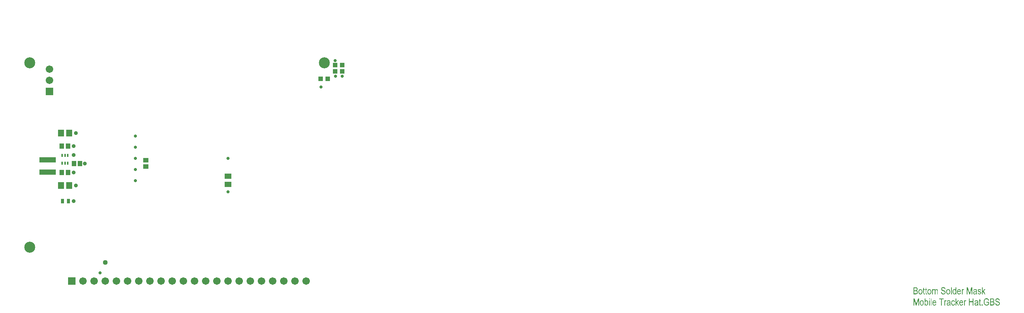
<source format=gbs>
G04*
G04 #@! TF.GenerationSoftware,Altium Limited,Altium Designer,21.5.0 (25)*
G04*
G04 Layer_Color=16711935*
%FSLAX25Y25*%
%MOIN*%
G70*
G04*
G04 #@! TF.SameCoordinates,B52814C9-DCD9-4C92-8852-15DF41944D51*
G04*
G04*
G04 #@! TF.FilePolarity,Negative*
G04*
G01*
G75*
%ADD22C,0.09843*%
%ADD23R,0.04534X0.04140*%
%ADD27R,0.06699X0.06699*%
%ADD28C,0.06699*%
%ADD29R,0.06699X0.06699*%
%ADD30C,0.00400*%
%ADD31C,0.02762*%
%ADD32C,0.03550*%
%ADD45R,0.01378X0.03150*%
%ADD47R,0.05727X0.06127*%
%ADD50R,0.03943X0.04337*%
%ADD51R,0.03156X0.03943*%
%ADD52R,0.03943X0.04534*%
%ADD53R,0.06109X0.04534*%
%ADD54R,0.04140X0.04534*%
%ADD55R,0.14967X0.05124*%
%ADD56C,0.04400*%
G36*
X826504Y-488D02*
X826555D01*
X826610Y-498D01*
X826680Y-502D01*
X826749Y-511D01*
X826828Y-525D01*
X826906Y-539D01*
X827077Y-581D01*
X827160Y-609D01*
X827248Y-636D01*
X827331Y-673D01*
X827414Y-715D01*
X827419Y-719D01*
X827433Y-724D01*
X827456Y-738D01*
X827488Y-756D01*
X827520Y-779D01*
X827562Y-807D01*
X827613Y-844D01*
X827659Y-881D01*
X827715Y-927D01*
X827770Y-973D01*
X827826Y-1029D01*
X827881Y-1089D01*
X827936Y-1149D01*
X827987Y-1218D01*
X828038Y-1292D01*
X828084Y-1371D01*
X828089Y-1375D01*
X828093Y-1389D01*
X828107Y-1412D01*
X828121Y-1445D01*
X828140Y-1486D01*
X828163Y-1537D01*
X828186Y-1592D01*
X828209Y-1653D01*
X828232Y-1726D01*
X828255Y-1800D01*
X828274Y-1884D01*
X828297Y-1971D01*
X828311Y-2064D01*
X828324Y-2161D01*
X828338Y-2262D01*
X828343Y-2369D01*
X827682Y-2429D01*
Y-2420D01*
X827678Y-2401D01*
X827673Y-2369D01*
X827668Y-2327D01*
X827659Y-2276D01*
X827650Y-2221D01*
X827631Y-2156D01*
X827618Y-2082D01*
X827567Y-1934D01*
X827539Y-1860D01*
X827502Y-1787D01*
X827465Y-1713D01*
X827419Y-1643D01*
X827368Y-1579D01*
X827313Y-1519D01*
X827308Y-1514D01*
X827299Y-1505D01*
X827280Y-1491D01*
X827253Y-1472D01*
X827225Y-1449D01*
X827183Y-1422D01*
X827137Y-1398D01*
X827086Y-1366D01*
X827026Y-1338D01*
X826962Y-1315D01*
X826888Y-1288D01*
X826809Y-1264D01*
X826721Y-1246D01*
X826633Y-1232D01*
X826532Y-1223D01*
X826430Y-1218D01*
X826375D01*
X826333Y-1223D01*
X826287Y-1228D01*
X826232Y-1232D01*
X826167Y-1241D01*
X826102Y-1251D01*
X825959Y-1283D01*
X825885Y-1301D01*
X825811Y-1329D01*
X825737Y-1362D01*
X825668Y-1394D01*
X825603Y-1435D01*
X825543Y-1482D01*
X825539Y-1486D01*
X825529Y-1496D01*
X825515Y-1509D01*
X825497Y-1528D01*
X825474Y-1556D01*
X825446Y-1583D01*
X825423Y-1620D01*
X825395Y-1662D01*
X825363Y-1708D01*
X825340Y-1759D01*
X825289Y-1874D01*
X825271Y-1939D01*
X825257Y-2008D01*
X825247Y-2078D01*
X825243Y-2156D01*
Y-2161D01*
Y-2175D01*
Y-2193D01*
X825247Y-2221D01*
Y-2253D01*
X825257Y-2290D01*
X825271Y-2373D01*
X825298Y-2470D01*
X825335Y-2567D01*
X825391Y-2664D01*
X825428Y-2706D01*
X825465Y-2747D01*
X825469D01*
X825474Y-2757D01*
X825492Y-2771D01*
X825511Y-2785D01*
X825539Y-2803D01*
X825576Y-2826D01*
X825622Y-2854D01*
X825673Y-2881D01*
X825737Y-2914D01*
X825807Y-2946D01*
X825890Y-2983D01*
X825982Y-3020D01*
X826088Y-3057D01*
X826204Y-3094D01*
X826333Y-3136D01*
X826472Y-3177D01*
X826481D01*
X826504Y-3186D01*
X826546Y-3196D01*
X826597Y-3214D01*
X826657Y-3228D01*
X826731Y-3251D01*
X826809Y-3274D01*
X826892Y-3302D01*
X827068Y-3357D01*
X827248Y-3417D01*
X827331Y-3450D01*
X827410Y-3482D01*
X827479Y-3510D01*
X827544Y-3542D01*
X827548Y-3547D01*
X827567Y-3551D01*
X827590Y-3565D01*
X827622Y-3588D01*
X827659Y-3611D01*
X827705Y-3639D01*
X827756Y-3676D01*
X827812Y-3713D01*
X827923Y-3805D01*
X828043Y-3916D01*
X828154Y-4041D01*
X828209Y-4106D01*
X828255Y-4180D01*
X828260Y-4184D01*
X828264Y-4198D01*
X828278Y-4221D01*
X828292Y-4249D01*
X828311Y-4286D01*
X828334Y-4332D01*
X828357Y-4383D01*
X828380Y-4443D01*
X828398Y-4508D01*
X828421Y-4582D01*
X828444Y-4660D01*
X828463Y-4739D01*
X828477Y-4826D01*
X828491Y-4919D01*
X828495Y-5016D01*
X828500Y-5118D01*
Y-5122D01*
Y-5141D01*
Y-5168D01*
X828495Y-5210D01*
X828491Y-5256D01*
X828486Y-5312D01*
X828477Y-5376D01*
X828468Y-5446D01*
X828454Y-5520D01*
X828440Y-5598D01*
X828394Y-5764D01*
X828366Y-5847D01*
X828329Y-5935D01*
X828292Y-6023D01*
X828246Y-6106D01*
X828241Y-6111D01*
X828232Y-6125D01*
X828218Y-6148D01*
X828200Y-6180D01*
X828172Y-6217D01*
X828144Y-6259D01*
X828107Y-6305D01*
X828066Y-6356D01*
X828015Y-6411D01*
X827964Y-6467D01*
X827909Y-6522D01*
X827849Y-6577D01*
X827779Y-6633D01*
X827710Y-6684D01*
X827631Y-6735D01*
X827553Y-6781D01*
X827548Y-6785D01*
X827534Y-6790D01*
X827507Y-6804D01*
X827474Y-6818D01*
X827433Y-6836D01*
X827382Y-6855D01*
X827326Y-6873D01*
X827257Y-6896D01*
X827188Y-6919D01*
X827105Y-6938D01*
X827022Y-6956D01*
X826929Y-6975D01*
X826828Y-6989D01*
X826726Y-7002D01*
X826615Y-7007D01*
X826504Y-7012D01*
X826463D01*
X826439Y-7007D01*
X826412D01*
X826347Y-7002D01*
X826264Y-6993D01*
X826171Y-6979D01*
X826065Y-6966D01*
X825954Y-6938D01*
X825834Y-6910D01*
X825710Y-6873D01*
X825580Y-6827D01*
X825451Y-6771D01*
X825326Y-6702D01*
X825201Y-6628D01*
X825081Y-6540D01*
X824970Y-6439D01*
X824966Y-6434D01*
X824947Y-6411D01*
X824920Y-6379D01*
X824883Y-6333D01*
X824836Y-6273D01*
X824790Y-6203D01*
X824739Y-6120D01*
X824684Y-6028D01*
X824628Y-5922D01*
X824578Y-5801D01*
X824527Y-5672D01*
X824485Y-5533D01*
X824444Y-5385D01*
X824416Y-5224D01*
X824393Y-5053D01*
X824384Y-4873D01*
X825030Y-4803D01*
Y-4808D01*
X825035Y-4826D01*
Y-4854D01*
X825040Y-4891D01*
X825049Y-4933D01*
X825058Y-4984D01*
X825067Y-5039D01*
X825077Y-5099D01*
X825109Y-5233D01*
X825150Y-5367D01*
X825201Y-5496D01*
X825229Y-5561D01*
X825261Y-5616D01*
Y-5621D01*
X825271Y-5630D01*
X825280Y-5644D01*
X825294Y-5663D01*
X825340Y-5718D01*
X825395Y-5783D01*
X825469Y-5857D01*
X825562Y-5935D01*
X825663Y-6014D01*
X825783Y-6083D01*
X825788D01*
X825797Y-6092D01*
X825816Y-6097D01*
X825844Y-6111D01*
X825876Y-6125D01*
X825913Y-6139D01*
X825959Y-6152D01*
X826010Y-6171D01*
X826061Y-6189D01*
X826121Y-6203D01*
X826250Y-6231D01*
X826393Y-6250D01*
X826550Y-6259D01*
X826610D01*
X826652Y-6254D01*
X826703Y-6250D01*
X826763Y-6245D01*
X826828Y-6236D01*
X826897Y-6222D01*
X827049Y-6185D01*
X827128Y-6162D01*
X827206Y-6134D01*
X827285Y-6102D01*
X827359Y-6060D01*
X827433Y-6014D01*
X827497Y-5963D01*
X827502Y-5958D01*
X827511Y-5949D01*
X827530Y-5931D01*
X827553Y-5908D01*
X827576Y-5880D01*
X827604Y-5843D01*
X827636Y-5801D01*
X827668Y-5755D01*
X827701Y-5700D01*
X827733Y-5640D01*
X827761Y-5580D01*
X827784Y-5510D01*
X827807Y-5436D01*
X827826Y-5358D01*
X827835Y-5275D01*
X827839Y-5187D01*
Y-5182D01*
Y-5173D01*
Y-5159D01*
Y-5141D01*
X827835Y-5090D01*
X827826Y-5021D01*
X827807Y-4947D01*
X827789Y-4863D01*
X827756Y-4780D01*
X827715Y-4702D01*
Y-4697D01*
X827710Y-4693D01*
X827691Y-4665D01*
X827664Y-4628D01*
X827622Y-4582D01*
X827567Y-4526D01*
X827502Y-4471D01*
X827428Y-4411D01*
X827340Y-4360D01*
X827336D01*
X827326Y-4355D01*
X827313Y-4346D01*
X827289Y-4337D01*
X827257Y-4323D01*
X827220Y-4304D01*
X827174Y-4286D01*
X827114Y-4263D01*
X827049Y-4235D01*
X826975Y-4207D01*
X826888Y-4175D01*
X826791Y-4143D01*
X826680Y-4106D01*
X826560Y-4069D01*
X826426Y-4027D01*
X826278Y-3981D01*
X826268Y-3976D01*
X826245Y-3972D01*
X826208Y-3958D01*
X826158Y-3944D01*
X826098Y-3926D01*
X826028Y-3903D01*
X825954Y-3875D01*
X825876Y-3847D01*
X825700Y-3778D01*
X825529Y-3704D01*
X825446Y-3667D01*
X825368Y-3630D01*
X825298Y-3588D01*
X825234Y-3547D01*
X825229Y-3542D01*
X825220Y-3537D01*
X825206Y-3524D01*
X825183Y-3505D01*
X825155Y-3487D01*
X825127Y-3459D01*
X825058Y-3394D01*
X824979Y-3311D01*
X824901Y-3219D01*
X824823Y-3108D01*
X824753Y-2988D01*
Y-2983D01*
X824744Y-2974D01*
X824739Y-2955D01*
X824725Y-2928D01*
X824712Y-2895D01*
X824698Y-2858D01*
X824684Y-2817D01*
X824670Y-2766D01*
X824652Y-2710D01*
X824638Y-2655D01*
X824610Y-2526D01*
X824592Y-2378D01*
X824582Y-2225D01*
Y-2216D01*
Y-2193D01*
X824587Y-2152D01*
X824592Y-2096D01*
X824596Y-2031D01*
X824610Y-1957D01*
X824624Y-1874D01*
X824642Y-1782D01*
X824670Y-1685D01*
X824702Y-1583D01*
X824739Y-1477D01*
X824790Y-1375D01*
X824846Y-1269D01*
X824910Y-1168D01*
X824984Y-1066D01*
X825072Y-973D01*
X825077Y-969D01*
X825095Y-950D01*
X825123Y-927D01*
X825164Y-895D01*
X825210Y-858D01*
X825271Y-816D01*
X825344Y-775D01*
X825423Y-729D01*
X825515Y-682D01*
X825617Y-641D01*
X825723Y-599D01*
X825844Y-562D01*
X825973Y-530D01*
X826107Y-507D01*
X826255Y-488D01*
X826407Y-484D01*
X826463D01*
X826504Y-488D01*
D02*
G37*
G36*
X837990Y-6905D02*
X837393D01*
Y-6337D01*
X837384Y-6346D01*
X837375Y-6365D01*
X837361Y-6388D01*
X837343Y-6416D01*
X837324Y-6448D01*
X837273Y-6522D01*
X837209Y-6601D01*
X837130Y-6688D01*
X837042Y-6767D01*
X836945Y-6841D01*
X836941D01*
X836932Y-6850D01*
X836918Y-6855D01*
X836899Y-6869D01*
X836876Y-6882D01*
X836844Y-6896D01*
X836774Y-6924D01*
X836687Y-6956D01*
X836585Y-6984D01*
X836479Y-7002D01*
X836363Y-7012D01*
X836335D01*
X836298Y-7007D01*
X836252Y-7002D01*
X836197Y-6993D01*
X836128Y-6979D01*
X836054Y-6961D01*
X835970Y-6933D01*
X835887Y-6901D01*
X835795Y-6859D01*
X835698Y-6808D01*
X835601Y-6748D01*
X835504Y-6679D01*
X835407Y-6596D01*
X835310Y-6499D01*
X835217Y-6388D01*
X835213Y-6379D01*
X835199Y-6360D01*
X835171Y-6323D01*
X835143Y-6273D01*
X835107Y-6208D01*
X835065Y-6129D01*
X835023Y-6037D01*
X834977Y-5931D01*
X834931Y-5815D01*
X834889Y-5681D01*
X834848Y-5538D01*
X834811Y-5376D01*
X834783Y-5210D01*
X834760Y-5025D01*
X834742Y-4831D01*
X834737Y-4623D01*
Y-4614D01*
Y-4591D01*
Y-4549D01*
X834742Y-4494D01*
Y-4425D01*
X834746Y-4351D01*
X834756Y-4263D01*
X834765Y-4166D01*
X834774Y-4064D01*
X834788Y-3963D01*
X834825Y-3741D01*
X834880Y-3519D01*
X834912Y-3408D01*
X834949Y-3306D01*
X834954Y-3302D01*
X834959Y-3283D01*
X834973Y-3256D01*
X834986Y-3219D01*
X835010Y-3173D01*
X835037Y-3122D01*
X835065Y-3062D01*
X835102Y-3002D01*
X835185Y-2868D01*
X835282Y-2734D01*
X835393Y-2609D01*
X835458Y-2549D01*
X835522Y-2498D01*
X835527Y-2493D01*
X835541Y-2489D01*
X835559Y-2475D01*
X835587Y-2456D01*
X835619Y-2438D01*
X835661Y-2415D01*
X835707Y-2392D01*
X835758Y-2364D01*
X835813Y-2341D01*
X835874Y-2318D01*
X836012Y-2276D01*
X836081Y-2258D01*
X836160Y-2244D01*
X836238Y-2239D01*
X836317Y-2235D01*
X836349D01*
X836372Y-2239D01*
X836400D01*
X836432Y-2244D01*
X836506Y-2253D01*
X836599Y-2276D01*
X836696Y-2304D01*
X836798Y-2346D01*
X836899Y-2401D01*
X836904D01*
X836913Y-2410D01*
X836927Y-2420D01*
X836945Y-2433D01*
X836992Y-2470D01*
X837056Y-2521D01*
X837125Y-2586D01*
X837199Y-2669D01*
X837278Y-2761D01*
X837347Y-2868D01*
Y-595D01*
X837990D01*
Y-6905D01*
D02*
G37*
G36*
X820507Y-2239D02*
X820554Y-2244D01*
X820609Y-2253D01*
X820665Y-2267D01*
X820729Y-2281D01*
X820794Y-2299D01*
X820863Y-2323D01*
X820937Y-2355D01*
X821006Y-2392D01*
X821076Y-2433D01*
X821145Y-2484D01*
X821210Y-2540D01*
X821270Y-2604D01*
X821274Y-2609D01*
X821284Y-2623D01*
X821297Y-2641D01*
X821321Y-2674D01*
X821344Y-2715D01*
X821371Y-2761D01*
X821399Y-2821D01*
X821427Y-2886D01*
X821455Y-2965D01*
X821487Y-3048D01*
X821510Y-3145D01*
X821533Y-3251D01*
X821556Y-3367D01*
X821570Y-3491D01*
X821579Y-3625D01*
X821584Y-3773D01*
Y-6905D01*
X820951D01*
Y-4027D01*
Y-4023D01*
Y-4004D01*
Y-3981D01*
Y-3949D01*
Y-3907D01*
X820946Y-3861D01*
Y-3810D01*
X820942Y-3755D01*
X820932Y-3644D01*
X820919Y-3528D01*
X820900Y-3422D01*
X820891Y-3376D01*
X820877Y-3334D01*
Y-3330D01*
X820872Y-3325D01*
X820863Y-3302D01*
X820845Y-3260D01*
X820821Y-3214D01*
X820789Y-3163D01*
X820752Y-3112D01*
X820701Y-3062D01*
X820646Y-3015D01*
X820637Y-3011D01*
X820618Y-2997D01*
X820586Y-2978D01*
X820540Y-2955D01*
X820489Y-2937D01*
X820424Y-2918D01*
X820360Y-2905D01*
X820286Y-2900D01*
X820244D01*
X820216Y-2905D01*
X820184Y-2909D01*
X820142Y-2918D01*
X820096Y-2928D01*
X820050Y-2942D01*
X819995Y-2960D01*
X819944Y-2978D01*
X819884Y-3006D01*
X819828Y-3039D01*
X819773Y-3076D01*
X819717Y-3122D01*
X819666Y-3168D01*
X819616Y-3228D01*
X819611Y-3233D01*
X819606Y-3242D01*
X819593Y-3260D01*
X819574Y-3288D01*
X819556Y-3325D01*
X819533Y-3367D01*
X819510Y-3417D01*
X819486Y-3478D01*
X819463Y-3542D01*
X819440Y-3621D01*
X819417Y-3704D01*
X819399Y-3796D01*
X819380Y-3898D01*
X819366Y-4004D01*
X819362Y-4124D01*
X819357Y-4249D01*
Y-6905D01*
X818724D01*
Y-3935D01*
Y-3930D01*
Y-3912D01*
Y-3879D01*
X818719Y-3842D01*
Y-3796D01*
X818715Y-3741D01*
X818710Y-3685D01*
X818701Y-3621D01*
X818682Y-3491D01*
X818650Y-3357D01*
X818632Y-3297D01*
X818609Y-3237D01*
X818581Y-3182D01*
X818548Y-3136D01*
Y-3131D01*
X818539Y-3126D01*
X818516Y-3099D01*
X818479Y-3062D01*
X818424Y-3015D01*
X818355Y-2974D01*
X818271Y-2937D01*
X818174Y-2909D01*
X818124Y-2905D01*
X818068Y-2900D01*
X818026D01*
X817994Y-2905D01*
X817962Y-2909D01*
X817916Y-2918D01*
X817869Y-2928D01*
X817819Y-2942D01*
X817763Y-2960D01*
X817708Y-2988D01*
X817652Y-3015D01*
X817597Y-3048D01*
X817537Y-3089D01*
X817481Y-3136D01*
X817430Y-3191D01*
X817380Y-3251D01*
X817375Y-3256D01*
X817370Y-3270D01*
X817356Y-3288D01*
X817343Y-3320D01*
X817324Y-3362D01*
X817301Y-3413D01*
X817278Y-3473D01*
X817255Y-3542D01*
X817232Y-3625D01*
X817209Y-3718D01*
X817190Y-3824D01*
X817167Y-3940D01*
X817153Y-4069D01*
X817139Y-4212D01*
X817135Y-4369D01*
X817130Y-4535D01*
Y-6905D01*
X816497D01*
Y-2336D01*
X817066D01*
Y-2969D01*
X817075Y-2960D01*
X817084Y-2942D01*
X817098Y-2914D01*
X817116Y-2886D01*
X817139Y-2854D01*
X817195Y-2775D01*
X817264Y-2688D01*
X817347Y-2595D01*
X817440Y-2507D01*
X817546Y-2429D01*
X817551Y-2424D01*
X817560Y-2420D01*
X817578Y-2410D01*
X817597Y-2396D01*
X817624Y-2382D01*
X817661Y-2369D01*
X817698Y-2350D01*
X817740Y-2332D01*
X817837Y-2295D01*
X817948Y-2267D01*
X818068Y-2244D01*
X818197Y-2235D01*
X818234D01*
X818262Y-2239D01*
X818299D01*
X818336Y-2244D01*
X818382Y-2253D01*
X818428Y-2258D01*
X818535Y-2286D01*
X818645Y-2323D01*
X818761Y-2369D01*
X818816Y-2401D01*
X818867Y-2438D01*
X818872D01*
X818881Y-2447D01*
X818895Y-2461D01*
X818913Y-2475D01*
X818932Y-2498D01*
X818960Y-2521D01*
X819020Y-2586D01*
X819080Y-2674D01*
X819145Y-2775D01*
X819205Y-2891D01*
X819255Y-3029D01*
X819260Y-3025D01*
X819265Y-3011D01*
X819279Y-2992D01*
X819297Y-2965D01*
X819315Y-2932D01*
X819343Y-2891D01*
X819403Y-2808D01*
X819482Y-2710D01*
X819569Y-2609D01*
X819666Y-2517D01*
X819717Y-2475D01*
X819773Y-2433D01*
X819777Y-2429D01*
X819787Y-2424D01*
X819800Y-2415D01*
X819824Y-2401D01*
X819851Y-2387D01*
X819884Y-2369D01*
X819921Y-2350D01*
X819962Y-2332D01*
X820059Y-2299D01*
X820170Y-2267D01*
X820290Y-2244D01*
X820355Y-2235D01*
X820470D01*
X820507Y-2239D01*
D02*
G37*
G36*
X844453Y-2239D02*
X844481Y-2244D01*
X844518Y-2248D01*
X844555Y-2253D01*
X844601Y-2267D01*
X844698Y-2295D01*
X844809Y-2341D01*
X844864Y-2369D01*
X844924Y-2401D01*
X844989Y-2438D01*
X845049Y-2484D01*
X844832Y-3205D01*
X844827D01*
X844822Y-3196D01*
X844809Y-3191D01*
X844790Y-3177D01*
X844744Y-3149D01*
X844684Y-3117D01*
X844615Y-3089D01*
X844536Y-3062D01*
X844453Y-3043D01*
X844370Y-3034D01*
X844337D01*
X844296Y-3043D01*
X844245Y-3052D01*
X844189Y-3071D01*
X844125Y-3094D01*
X844060Y-3131D01*
X843995Y-3177D01*
X843986Y-3182D01*
X843968Y-3205D01*
X843940Y-3237D01*
X843903Y-3279D01*
X843866Y-3339D01*
X843829Y-3404D01*
X843792Y-3482D01*
X843764Y-3574D01*
Y-3579D01*
X843760Y-3593D01*
X843755Y-3621D01*
X843746Y-3653D01*
X843737Y-3695D01*
X843727Y-3741D01*
X843714Y-3796D01*
X843704Y-3856D01*
X843695Y-3926D01*
X843681Y-3999D01*
X843672Y-4078D01*
X843663Y-4161D01*
X843649Y-4332D01*
X843644Y-4517D01*
Y-6905D01*
X843011D01*
Y-2336D01*
X843584D01*
Y-3034D01*
X843589Y-3029D01*
X843594Y-3011D01*
X843607Y-2988D01*
X843621Y-2955D01*
X843640Y-2918D01*
X843663Y-2872D01*
X843714Y-2771D01*
X843778Y-2664D01*
X843843Y-2558D01*
X843880Y-2507D01*
X843912Y-2466D01*
X843949Y-2424D01*
X843982Y-2392D01*
X843991Y-2387D01*
X844014Y-2369D01*
X844051Y-2341D01*
X844102Y-2313D01*
X844166Y-2286D01*
X844236Y-2258D01*
X844314Y-2239D01*
X844397Y-2235D01*
X844430D01*
X844453Y-2239D01*
D02*
G37*
G36*
X858840D02*
X858881Y-2244D01*
X858932Y-2248D01*
X858983Y-2253D01*
X859098Y-2272D01*
X859223Y-2299D01*
X859348Y-2336D01*
X859468Y-2387D01*
X859472D01*
X859482Y-2392D01*
X859500Y-2401D01*
X859519Y-2415D01*
X859546Y-2429D01*
X859579Y-2447D01*
X859648Y-2493D01*
X859727Y-2554D01*
X859805Y-2623D01*
X859884Y-2701D01*
X859953Y-2794D01*
Y-2798D01*
X859962Y-2808D01*
X859971Y-2821D01*
X859981Y-2840D01*
X859995Y-2868D01*
X860008Y-2900D01*
X860027Y-2937D01*
X860045Y-2978D01*
X860064Y-3029D01*
X860087Y-3080D01*
X860105Y-3140D01*
X860124Y-3205D01*
X860142Y-3279D01*
X860161Y-3353D01*
X860175Y-3431D01*
X860189Y-3519D01*
X859569Y-3621D01*
Y-3611D01*
X859565Y-3588D01*
X859556Y-3551D01*
X859546Y-3505D01*
X859528Y-3445D01*
X859505Y-3385D01*
X859472Y-3316D01*
X859435Y-3246D01*
X859389Y-3177D01*
X859329Y-3108D01*
X859265Y-3048D01*
X859186Y-2988D01*
X859098Y-2942D01*
X858997Y-2905D01*
X858881Y-2881D01*
X858752Y-2872D01*
X858710D01*
X858682Y-2877D01*
X858650D01*
X858609Y-2881D01*
X858521Y-2891D01*
X858419Y-2914D01*
X858317Y-2942D01*
X858216Y-2983D01*
X858174Y-3011D01*
X858133Y-3039D01*
X858123Y-3048D01*
X858100Y-3066D01*
X858068Y-3103D01*
X858036Y-3154D01*
X857999Y-3214D01*
X857966Y-3288D01*
X857943Y-3371D01*
X857939Y-3417D01*
X857934Y-3464D01*
Y-3468D01*
Y-3473D01*
Y-3487D01*
X857939Y-3505D01*
X857943Y-3551D01*
X857957Y-3607D01*
X857980Y-3672D01*
X858017Y-3736D01*
X858063Y-3801D01*
X858128Y-3861D01*
X858133Y-3866D01*
X858142Y-3870D01*
X858156Y-3879D01*
X858174Y-3889D01*
X858197Y-3898D01*
X858225Y-3912D01*
X858257Y-3926D01*
X858299Y-3944D01*
X858350Y-3967D01*
X858405Y-3990D01*
X858470Y-4013D01*
X858544Y-4041D01*
X858627Y-4069D01*
X858719Y-4101D01*
X858821Y-4134D01*
X858826D01*
X858830Y-4138D01*
X858853Y-4143D01*
X858895Y-4157D01*
X858950Y-4175D01*
X859011Y-4194D01*
X859084Y-4221D01*
X859163Y-4249D01*
X859246Y-4277D01*
X859417Y-4341D01*
X859505Y-4374D01*
X859583Y-4406D01*
X859662Y-4438D01*
X859731Y-4471D01*
X859791Y-4503D01*
X859842Y-4531D01*
X859847D01*
X859851Y-4535D01*
X859879Y-4558D01*
X859921Y-4591D01*
X859976Y-4637D01*
X860032Y-4697D01*
X860091Y-4766D01*
X860152Y-4845D01*
X860202Y-4937D01*
Y-4942D01*
X860207Y-4947D01*
X860216Y-4965D01*
X860221Y-4984D01*
X860235Y-5007D01*
X860244Y-5034D01*
X860267Y-5108D01*
X860290Y-5196D01*
X860313Y-5302D01*
X860327Y-5418D01*
X860332Y-5547D01*
Y-5556D01*
Y-5575D01*
X860327Y-5612D01*
Y-5658D01*
X860318Y-5714D01*
X860309Y-5778D01*
X860295Y-5847D01*
X860281Y-5926D01*
X860258Y-6009D01*
X860230Y-6097D01*
X860198Y-6185D01*
X860156Y-6273D01*
X860110Y-6360D01*
X860055Y-6448D01*
X859990Y-6531D01*
X859916Y-6610D01*
X859911Y-6614D01*
X859898Y-6628D01*
X859874Y-6647D01*
X859842Y-6674D01*
X859796Y-6702D01*
X859745Y-6735D01*
X859685Y-6771D01*
X859620Y-6808D01*
X859542Y-6850D01*
X859454Y-6882D01*
X859362Y-6919D01*
X859260Y-6947D01*
X859154Y-6975D01*
X859034Y-6993D01*
X858913Y-7007D01*
X858780Y-7012D01*
X858747D01*
X858719Y-7007D01*
X858692D01*
X858655Y-7002D01*
X858613Y-6998D01*
X858567Y-6989D01*
X858461Y-6966D01*
X858341Y-6933D01*
X858211Y-6887D01*
X858077Y-6827D01*
X858008Y-6790D01*
X857943Y-6748D01*
X857874Y-6702D01*
X857805Y-6651D01*
X857740Y-6596D01*
X857675Y-6531D01*
X857611Y-6467D01*
X857551Y-6388D01*
X857495Y-6310D01*
X857440Y-6222D01*
X857393Y-6125D01*
X857347Y-6023D01*
X857306Y-5917D01*
X857269Y-5797D01*
X857241Y-5672D01*
X857218Y-5538D01*
X857851Y-5418D01*
Y-5423D01*
X857856Y-5441D01*
Y-5464D01*
X857865Y-5496D01*
X857869Y-5538D01*
X857883Y-5584D01*
X857892Y-5635D01*
X857911Y-5690D01*
X857948Y-5806D01*
X858003Y-5926D01*
X858068Y-6042D01*
X858110Y-6092D01*
X858151Y-6139D01*
X858156Y-6143D01*
X858165Y-6148D01*
X858179Y-6162D01*
X858197Y-6176D01*
X858220Y-6194D01*
X858253Y-6213D01*
X858290Y-6236D01*
X858327Y-6254D01*
X858373Y-6277D01*
X858424Y-6300D01*
X858479Y-6319D01*
X858539Y-6337D01*
X858669Y-6365D01*
X858743Y-6370D01*
X858816Y-6374D01*
X858858D01*
X858886Y-6370D01*
X858918D01*
X858960Y-6365D01*
X859052Y-6346D01*
X859154Y-6323D01*
X859260Y-6286D01*
X859362Y-6236D01*
X859408Y-6208D01*
X859454Y-6171D01*
X859459Y-6166D01*
X859463Y-6162D01*
X859491Y-6134D01*
X859528Y-6088D01*
X859569Y-6028D01*
X859611Y-5954D01*
X859643Y-5866D01*
X859671Y-5764D01*
X859676Y-5709D01*
X859680Y-5654D01*
Y-5649D01*
Y-5640D01*
Y-5626D01*
X859676Y-5607D01*
X859671Y-5561D01*
X859657Y-5496D01*
X859634Y-5432D01*
X859597Y-5362D01*
X859551Y-5293D01*
X859486Y-5233D01*
X859482Y-5228D01*
X859459Y-5215D01*
X859440Y-5205D01*
X859417Y-5192D01*
X859389Y-5178D01*
X859357Y-5159D01*
X859315Y-5141D01*
X859269Y-5122D01*
X859218Y-5104D01*
X859158Y-5081D01*
X859089Y-5053D01*
X859015Y-5030D01*
X858932Y-5002D01*
X858840Y-4974D01*
X858830Y-4970D01*
X858807Y-4965D01*
X858770Y-4951D01*
X858719Y-4937D01*
X858659Y-4919D01*
X858595Y-4896D01*
X858516Y-4868D01*
X858438Y-4840D01*
X858271Y-4780D01*
X858110Y-4716D01*
X858031Y-4683D01*
X857962Y-4651D01*
X857902Y-4623D01*
X857846Y-4591D01*
X857842D01*
X857837Y-4582D01*
X857823Y-4572D01*
X857805Y-4563D01*
X857758Y-4526D01*
X857703Y-4475D01*
X857643Y-4415D01*
X857578Y-4341D01*
X857514Y-4258D01*
X857458Y-4161D01*
Y-4157D01*
X857454Y-4147D01*
X857444Y-4134D01*
X857440Y-4115D01*
X857426Y-4087D01*
X857417Y-4060D01*
X857393Y-3986D01*
X857366Y-3893D01*
X857347Y-3792D01*
X857329Y-3681D01*
X857324Y-3556D01*
Y-3551D01*
Y-3528D01*
X857329Y-3501D01*
Y-3459D01*
X857338Y-3408D01*
X857343Y-3353D01*
X857356Y-3288D01*
X857370Y-3219D01*
X857389Y-3145D01*
X857417Y-3066D01*
X857444Y-2988D01*
X857481Y-2905D01*
X857523Y-2826D01*
X857574Y-2752D01*
X857634Y-2674D01*
X857698Y-2604D01*
X857703Y-2600D01*
X857717Y-2590D01*
X857735Y-2572D01*
X857768Y-2544D01*
X857805Y-2517D01*
X857851Y-2489D01*
X857906Y-2452D01*
X857966Y-2420D01*
X858040Y-2387D01*
X858114Y-2350D01*
X858202Y-2323D01*
X858294Y-2290D01*
X858391Y-2267D01*
X858498Y-2248D01*
X858613Y-2239D01*
X858733Y-2235D01*
X858803D01*
X858840Y-2239D01*
D02*
G37*
G36*
X852432Y-6905D02*
X851771D01*
Y-1625D01*
X850265Y-6905D01*
X849646D01*
X848153Y-1537D01*
Y-6905D01*
X847493D01*
Y-595D01*
X848523D01*
X849747Y-5067D01*
X849992Y-6000D01*
Y-5995D01*
X849997Y-5982D01*
X850002Y-5963D01*
X850011Y-5935D01*
X850020Y-5898D01*
X850029Y-5852D01*
X850048Y-5801D01*
X850062Y-5741D01*
X850080Y-5672D01*
X850099Y-5598D01*
X850122Y-5515D01*
X850149Y-5427D01*
X850177Y-5325D01*
X850205Y-5219D01*
X850237Y-5108D01*
X850269Y-4988D01*
X851508Y-595D01*
X852432D01*
Y-6905D01*
D02*
G37*
G36*
X861727Y-4203D02*
X863229Y-2336D01*
X864051D01*
X862619Y-4036D01*
X864194Y-6905D01*
X863413D01*
X862171Y-4568D01*
X861727Y-5094D01*
Y-6905D01*
X861094D01*
Y-595D01*
X861727D01*
Y-4203D01*
D02*
G37*
G36*
X855134Y-2239D02*
X855185D01*
X855241Y-2244D01*
X855305Y-2253D01*
X855375Y-2262D01*
X855522Y-2290D01*
X855675Y-2327D01*
X855827Y-2382D01*
X855897Y-2420D01*
X855961Y-2456D01*
X855966Y-2461D01*
X855975Y-2466D01*
X855994Y-2479D01*
X856017Y-2498D01*
X856072Y-2544D01*
X856141Y-2609D01*
X856215Y-2687D01*
X856285Y-2780D01*
X856345Y-2886D01*
X856368Y-2946D01*
X856386Y-3006D01*
Y-3011D01*
X856391Y-3020D01*
X856396Y-3039D01*
X856400Y-3066D01*
X856409Y-3103D01*
X856414Y-3145D01*
X856423Y-3191D01*
X856433Y-3246D01*
X856442Y-3311D01*
X856451Y-3385D01*
X856456Y-3464D01*
X856465Y-3547D01*
X856470Y-3639D01*
X856474Y-3741D01*
X856479Y-3847D01*
Y-3963D01*
Y-4993D01*
Y-4997D01*
Y-5007D01*
Y-5020D01*
Y-5039D01*
Y-5067D01*
Y-5094D01*
Y-5168D01*
Y-5252D01*
Y-5353D01*
X856483Y-5459D01*
Y-5570D01*
X856488Y-5806D01*
X856493Y-5917D01*
Y-6028D01*
X856497Y-6129D01*
X856502Y-6222D01*
X856511Y-6300D01*
Y-6333D01*
X856516Y-6360D01*
Y-6365D01*
Y-6374D01*
X856520Y-6388D01*
X856525Y-6407D01*
X856530Y-6434D01*
X856534Y-6462D01*
X856553Y-6536D01*
X856576Y-6619D01*
X856603Y-6707D01*
X856640Y-6808D01*
X856682Y-6905D01*
X856021D01*
Y-6901D01*
X856017Y-6896D01*
X856012Y-6882D01*
X856003Y-6864D01*
X855998Y-6841D01*
X855984Y-6813D01*
X855966Y-6748D01*
X855943Y-6665D01*
X855920Y-6573D01*
X855901Y-6467D01*
X855887Y-6346D01*
X855883Y-6351D01*
X855873Y-6360D01*
X855855Y-6379D01*
X855832Y-6402D01*
X855804Y-6430D01*
X855767Y-6462D01*
X855730Y-6494D01*
X855684Y-6531D01*
X855587Y-6614D01*
X855472Y-6698D01*
X855351Y-6776D01*
X855222Y-6845D01*
X855217D01*
X855208Y-6855D01*
X855190Y-6859D01*
X855162Y-6873D01*
X855130Y-6882D01*
X855093Y-6896D01*
X855051Y-6915D01*
X855005Y-6929D01*
X854894Y-6961D01*
X854774Y-6984D01*
X854645Y-7002D01*
X854506Y-7012D01*
X854478D01*
X854451Y-7007D01*
X854409D01*
X854358Y-7002D01*
X854303Y-6993D01*
X854238Y-6984D01*
X854169Y-6966D01*
X854095Y-6947D01*
X854021Y-6924D01*
X853942Y-6896D01*
X853864Y-6864D01*
X853790Y-6822D01*
X853711Y-6776D01*
X853642Y-6721D01*
X853573Y-6661D01*
X853568Y-6656D01*
X853559Y-6642D01*
X853540Y-6624D01*
X853517Y-6596D01*
X853494Y-6559D01*
X853462Y-6517D01*
X853434Y-6467D01*
X853402Y-6411D01*
X853369Y-6346D01*
X853337Y-6273D01*
X853305Y-6194D01*
X853282Y-6111D01*
X853259Y-6019D01*
X853240Y-5921D01*
X853231Y-5820D01*
X853226Y-5709D01*
Y-5704D01*
Y-5690D01*
Y-5672D01*
X853231Y-5640D01*
Y-5607D01*
X853236Y-5566D01*
X853240Y-5520D01*
X853245Y-5473D01*
X853268Y-5362D01*
X853296Y-5247D01*
X853333Y-5122D01*
X853388Y-5007D01*
Y-5002D01*
X853397Y-4993D01*
X853406Y-4979D01*
X853416Y-4956D01*
X853453Y-4900D01*
X853503Y-4831D01*
X853568Y-4757D01*
X853642Y-4679D01*
X853730Y-4600D01*
X853831Y-4531D01*
X853836D01*
X853845Y-4522D01*
X853864Y-4512D01*
X853887Y-4503D01*
X853915Y-4489D01*
X853952Y-4471D01*
X853998Y-4452D01*
X854049Y-4434D01*
X854104Y-4411D01*
X854169Y-4392D01*
X854238Y-4369D01*
X854317Y-4346D01*
X854400Y-4327D01*
X854492Y-4309D01*
X854589Y-4291D01*
X854695Y-4272D01*
X854705D01*
X854728Y-4267D01*
X854769Y-4263D01*
X854825Y-4254D01*
X854885Y-4240D01*
X854959Y-4231D01*
X855042Y-4212D01*
X855130Y-4198D01*
X855315Y-4157D01*
X855504Y-4110D01*
X855596Y-4087D01*
X855684Y-4060D01*
X855763Y-4032D01*
X855836Y-4004D01*
X855841Y-3810D01*
Y-3805D01*
Y-3792D01*
Y-3764D01*
X855836Y-3732D01*
Y-3695D01*
X855832Y-3653D01*
X855818Y-3551D01*
X855800Y-3441D01*
X855767Y-3334D01*
X855726Y-3233D01*
X855702Y-3186D01*
X855670Y-3149D01*
X855666Y-3145D01*
X855661Y-3136D01*
X855647Y-3122D01*
X855624Y-3108D01*
X855601Y-3085D01*
X855569Y-3062D01*
X855532Y-3039D01*
X855490Y-3011D01*
X855444Y-2983D01*
X855388Y-2960D01*
X855328Y-2937D01*
X855264Y-2914D01*
X855190Y-2900D01*
X855116Y-2886D01*
X855028Y-2877D01*
X854940Y-2872D01*
X854899D01*
X854866Y-2877D01*
X854829D01*
X854788Y-2881D01*
X854691Y-2895D01*
X854585Y-2918D01*
X854474Y-2951D01*
X854367Y-2997D01*
X854321Y-3025D01*
X854275Y-3057D01*
X854270D01*
X854266Y-3066D01*
X854257Y-3076D01*
X854238Y-3094D01*
X854220Y-3117D01*
X854201Y-3140D01*
X854178Y-3173D01*
X854155Y-3214D01*
X854127Y-3256D01*
X854104Y-3306D01*
X854076Y-3362D01*
X854049Y-3427D01*
X854025Y-3496D01*
X853998Y-3570D01*
X853975Y-3653D01*
X853956Y-3745D01*
X853333Y-3644D01*
Y-3635D01*
X853337Y-3611D01*
X853346Y-3574D01*
X853360Y-3524D01*
X853374Y-3464D01*
X853397Y-3394D01*
X853420Y-3316D01*
X853448Y-3233D01*
X853480Y-3149D01*
X853522Y-3057D01*
X853563Y-2969D01*
X853614Y-2881D01*
X853670Y-2794D01*
X853730Y-2715D01*
X853794Y-2641D01*
X853868Y-2572D01*
X853873Y-2567D01*
X853887Y-2558D01*
X853910Y-2540D01*
X853947Y-2521D01*
X853988Y-2493D01*
X854039Y-2466D01*
X854099Y-2433D01*
X854169Y-2401D01*
X854247Y-2373D01*
X854335Y-2341D01*
X854432Y-2313D01*
X854534Y-2286D01*
X854649Y-2267D01*
X854769Y-2248D01*
X854899Y-2239D01*
X855037Y-2235D01*
X855093D01*
X855134Y-2239D01*
D02*
G37*
G36*
X833975Y-6905D02*
X833342D01*
Y-595D01*
X833975D01*
Y-6905D01*
D02*
G37*
G36*
X801718Y-599D02*
X801769D01*
X801824Y-604D01*
X801889Y-609D01*
X801958Y-618D01*
X802110Y-641D01*
X802263Y-673D01*
X802415Y-719D01*
X802489Y-747D01*
X802554Y-779D01*
X802559D01*
X802568Y-789D01*
X802586Y-798D01*
X802610Y-816D01*
X802642Y-835D01*
X802674Y-858D01*
X802753Y-918D01*
X802845Y-1001D01*
X802891Y-1047D01*
X802938Y-1098D01*
X802984Y-1154D01*
X803030Y-1218D01*
X803076Y-1283D01*
X803118Y-1352D01*
X803122Y-1357D01*
X803127Y-1371D01*
X803136Y-1389D01*
X803155Y-1422D01*
X803168Y-1459D01*
X803187Y-1500D01*
X803210Y-1551D01*
X803229Y-1606D01*
X803252Y-1666D01*
X803270Y-1731D01*
X803307Y-1874D01*
X803330Y-2036D01*
X803335Y-2119D01*
X803339Y-2207D01*
Y-2212D01*
Y-2225D01*
Y-2248D01*
X803335Y-2281D01*
Y-2318D01*
X803330Y-2364D01*
X803326Y-2415D01*
X803316Y-2466D01*
X803293Y-2590D01*
X803261Y-2720D01*
X803215Y-2858D01*
X803150Y-2992D01*
Y-2997D01*
X803141Y-3006D01*
X803132Y-3025D01*
X803113Y-3048D01*
X803095Y-3080D01*
X803071Y-3112D01*
X803011Y-3191D01*
X802938Y-3279D01*
X802845Y-3376D01*
X802739Y-3468D01*
X802614Y-3551D01*
X802619D01*
X802633Y-3561D01*
X802656Y-3570D01*
X802688Y-3584D01*
X802725Y-3602D01*
X802771Y-3625D01*
X802822Y-3648D01*
X802873Y-3681D01*
X802928Y-3718D01*
X802988Y-3759D01*
X803044Y-3805D01*
X803104Y-3856D01*
X803164Y-3912D01*
X803219Y-3972D01*
X803275Y-4036D01*
X803326Y-4110D01*
X803330Y-4115D01*
X803335Y-4129D01*
X803349Y-4152D01*
X803367Y-4180D01*
X803386Y-4217D01*
X803409Y-4263D01*
X803432Y-4318D01*
X803460Y-4378D01*
X803483Y-4448D01*
X803506Y-4522D01*
X803529Y-4600D01*
X803547Y-4683D01*
X803566Y-4776D01*
X803580Y-4873D01*
X803584Y-4974D01*
X803589Y-5081D01*
Y-5085D01*
Y-5104D01*
Y-5136D01*
X803584Y-5178D01*
X803580Y-5229D01*
X803575Y-5284D01*
X803570Y-5349D01*
X803561Y-5423D01*
X803547Y-5496D01*
X803533Y-5580D01*
X803492Y-5746D01*
X803464Y-5834D01*
X803432Y-5922D01*
X803395Y-6005D01*
X803353Y-6088D01*
X803349Y-6092D01*
X803344Y-6106D01*
X803330Y-6129D01*
X803312Y-6157D01*
X803289Y-6194D01*
X803256Y-6236D01*
X803224Y-6277D01*
X803187Y-6328D01*
X803095Y-6430D01*
X802988Y-6531D01*
X802864Y-6628D01*
X802799Y-6674D01*
X802725Y-6712D01*
X802720D01*
X802707Y-6721D01*
X802683Y-6730D01*
X802656Y-6744D01*
X802614Y-6758D01*
X802568Y-6771D01*
X802508Y-6790D01*
X802448Y-6808D01*
X802374Y-6827D01*
X802291Y-6845D01*
X802203Y-6859D01*
X802110Y-6873D01*
X802004Y-6887D01*
X801893Y-6896D01*
X801778Y-6901D01*
X801653Y-6905D01*
X799685D01*
Y-595D01*
X801676D01*
X801718Y-599D01*
D02*
G37*
G36*
X811235Y-2336D02*
X811877D01*
Y-2937D01*
X811235D01*
Y-5612D01*
Y-5616D01*
Y-5626D01*
Y-5649D01*
Y-5672D01*
Y-5700D01*
X811240Y-5732D01*
X811244Y-5811D01*
X811249Y-5889D01*
X811258Y-5968D01*
X811272Y-6037D01*
X811281Y-6065D01*
X811290Y-6088D01*
X811295Y-6092D01*
X811304Y-6111D01*
X811327Y-6134D01*
X811360Y-6162D01*
X811401Y-6194D01*
X811452Y-6217D01*
X811517Y-6236D01*
X811595Y-6240D01*
X811637D01*
X811669Y-6236D01*
X811711D01*
X811757Y-6226D01*
X811817Y-6222D01*
X811877Y-6213D01*
X811965Y-6896D01*
X811960D01*
X811951Y-6901D01*
X811937D01*
X811919Y-6905D01*
X811873Y-6919D01*
X811808Y-6929D01*
X811734Y-6943D01*
X811656Y-6956D01*
X811572Y-6961D01*
X811489Y-6966D01*
X811434D01*
X811406Y-6961D01*
X811374Y-6956D01*
X811300Y-6947D01*
X811212Y-6933D01*
X811124Y-6910D01*
X811036Y-6878D01*
X810953Y-6836D01*
X810944Y-6832D01*
X810921Y-6813D01*
X810884Y-6785D01*
X810842Y-6744D01*
X810796Y-6693D01*
X810750Y-6633D01*
X810708Y-6559D01*
X810676Y-6481D01*
Y-6476D01*
X810671Y-6471D01*
Y-6453D01*
X810667Y-6434D01*
X810658Y-6407D01*
X810653Y-6370D01*
X810648Y-6328D01*
X810639Y-6282D01*
X810634Y-6222D01*
X810625Y-6157D01*
X810621Y-6083D01*
X810616Y-6000D01*
X810611Y-5908D01*
X810607Y-5806D01*
X810602Y-5690D01*
Y-5570D01*
Y-2937D01*
X810135D01*
Y-2336D01*
X810602D01*
Y-1204D01*
X811235Y-738D01*
Y-2336D01*
D02*
G37*
G36*
X809225D02*
X809867D01*
Y-2937D01*
X809225D01*
Y-5612D01*
Y-5616D01*
Y-5626D01*
Y-5649D01*
Y-5672D01*
Y-5700D01*
X809230Y-5732D01*
X809235Y-5811D01*
X809239Y-5889D01*
X809248Y-5968D01*
X809262Y-6037D01*
X809272Y-6065D01*
X809281Y-6088D01*
X809285Y-6092D01*
X809295Y-6111D01*
X809318Y-6134D01*
X809350Y-6162D01*
X809392Y-6194D01*
X809443Y-6217D01*
X809507Y-6236D01*
X809586Y-6240D01*
X809627D01*
X809660Y-6236D01*
X809701D01*
X809747Y-6226D01*
X809807Y-6222D01*
X809867Y-6213D01*
X809955Y-6896D01*
X809951D01*
X809941Y-6901D01*
X809928D01*
X809909Y-6905D01*
X809863Y-6919D01*
X809798Y-6929D01*
X809724Y-6943D01*
X809646Y-6956D01*
X809563Y-6961D01*
X809479Y-6966D01*
X809424D01*
X809396Y-6961D01*
X809364Y-6956D01*
X809290Y-6947D01*
X809202Y-6933D01*
X809114Y-6910D01*
X809027Y-6878D01*
X808943Y-6836D01*
X808934Y-6832D01*
X808911Y-6813D01*
X808874Y-6785D01*
X808833Y-6744D01*
X808786Y-6693D01*
X808740Y-6633D01*
X808699Y-6559D01*
X808666Y-6481D01*
Y-6476D01*
X808662Y-6471D01*
Y-6453D01*
X808657Y-6434D01*
X808648Y-6407D01*
X808643Y-6370D01*
X808639Y-6328D01*
X808629Y-6282D01*
X808625Y-6222D01*
X808615Y-6157D01*
X808611Y-6083D01*
X808606Y-6000D01*
X808602Y-5908D01*
X808597Y-5806D01*
X808592Y-5690D01*
Y-5570D01*
Y-2937D01*
X808126D01*
Y-2336D01*
X808592D01*
Y-1204D01*
X809225Y-738D01*
Y-2336D01*
D02*
G37*
G36*
X840595Y-2239D02*
X840646Y-2244D01*
X840711Y-2253D01*
X840780Y-2267D01*
X840863Y-2286D01*
X840951Y-2313D01*
X841043Y-2346D01*
X841140Y-2382D01*
X841242Y-2433D01*
X841344Y-2493D01*
X841445Y-2563D01*
X841547Y-2646D01*
X841644Y-2743D01*
X841736Y-2849D01*
X841741Y-2858D01*
X841759Y-2877D01*
X841782Y-2914D01*
X841810Y-2965D01*
X841847Y-3025D01*
X841889Y-3103D01*
X841935Y-3196D01*
X841981Y-3297D01*
X842023Y-3417D01*
X842069Y-3547D01*
X842111Y-3695D01*
X842148Y-3852D01*
X842175Y-4023D01*
X842203Y-4207D01*
X842217Y-4406D01*
X842221Y-4619D01*
Y-4822D01*
X839426D01*
Y-4831D01*
X839431Y-4854D01*
Y-4896D01*
X839435Y-4947D01*
X839445Y-5011D01*
X839454Y-5085D01*
X839468Y-5168D01*
X839486Y-5256D01*
X839528Y-5446D01*
X839556Y-5543D01*
X839588Y-5640D01*
X839630Y-5732D01*
X839671Y-5824D01*
X839722Y-5908D01*
X839777Y-5986D01*
X839782Y-5991D01*
X839791Y-6005D01*
X839810Y-6023D01*
X839833Y-6046D01*
X839865Y-6074D01*
X839902Y-6111D01*
X839944Y-6143D01*
X839995Y-6180D01*
X840050Y-6217D01*
X840105Y-6250D01*
X840170Y-6282D01*
X840239Y-6314D01*
X840313Y-6337D01*
X840387Y-6356D01*
X840470Y-6370D01*
X840554Y-6374D01*
X840586D01*
X840623Y-6370D01*
X840669Y-6360D01*
X840729Y-6346D01*
X840794Y-6323D01*
X840868Y-6296D01*
X840946Y-6259D01*
X841025Y-6208D01*
X841108Y-6143D01*
X841191Y-6069D01*
X841274Y-5977D01*
X841353Y-5871D01*
X841390Y-5811D01*
X841422Y-5746D01*
X841459Y-5677D01*
X841491Y-5603D01*
X841519Y-5520D01*
X841547Y-5436D01*
X842203Y-5533D01*
Y-5543D01*
X842194Y-5566D01*
X842184Y-5603D01*
X842171Y-5654D01*
X842152Y-5714D01*
X842129Y-5787D01*
X842101Y-5861D01*
X842064Y-5949D01*
X842027Y-6037D01*
X841986Y-6125D01*
X841935Y-6217D01*
X841879Y-6310D01*
X841819Y-6402D01*
X841755Y-6485D01*
X841685Y-6568D01*
X841607Y-6642D01*
X841602Y-6647D01*
X841588Y-6656D01*
X841565Y-6674D01*
X841533Y-6698D01*
X841491Y-6730D01*
X841441Y-6758D01*
X841381Y-6795D01*
X841316Y-6827D01*
X841242Y-6859D01*
X841163Y-6896D01*
X841076Y-6924D01*
X840983Y-6952D01*
X840882Y-6979D01*
X840775Y-6998D01*
X840664Y-7007D01*
X840549Y-7012D01*
X840512D01*
X840470Y-7007D01*
X840415Y-7002D01*
X840350Y-6993D01*
X840272Y-6979D01*
X840184Y-6961D01*
X840092Y-6938D01*
X839990Y-6905D01*
X839884Y-6864D01*
X839777Y-6818D01*
X839671Y-6758D01*
X839565Y-6688D01*
X839459Y-6610D01*
X839357Y-6517D01*
X839260Y-6411D01*
X839255Y-6402D01*
X839237Y-6383D01*
X839214Y-6346D01*
X839181Y-6300D01*
X839145Y-6236D01*
X839103Y-6157D01*
X839061Y-6069D01*
X839015Y-5968D01*
X838969Y-5847D01*
X838927Y-5718D01*
X838886Y-5575D01*
X838849Y-5418D01*
X838816Y-5252D01*
X838793Y-5067D01*
X838775Y-4873D01*
X838770Y-4665D01*
Y-4660D01*
Y-4651D01*
Y-4637D01*
Y-4614D01*
Y-4586D01*
X838775Y-4549D01*
Y-4512D01*
X838780Y-4471D01*
X838784Y-4369D01*
X838798Y-4258D01*
X838812Y-4134D01*
X838830Y-3995D01*
X838858Y-3852D01*
X838890Y-3704D01*
X838932Y-3551D01*
X838978Y-3404D01*
X839034Y-3256D01*
X839103Y-3117D01*
X839177Y-2983D01*
X839265Y-2858D01*
X839269Y-2849D01*
X839288Y-2831D01*
X839315Y-2803D01*
X839352Y-2761D01*
X839403Y-2715D01*
X839463Y-2660D01*
X839532Y-2604D01*
X839611Y-2544D01*
X839694Y-2489D01*
X839791Y-2433D01*
X839898Y-2378D01*
X840008Y-2332D01*
X840129Y-2290D01*
X840253Y-2262D01*
X840387Y-2239D01*
X840526Y-2235D01*
X840558D01*
X840595Y-2239D01*
D02*
G37*
G36*
X830930D02*
X830981Y-2244D01*
X831046Y-2253D01*
X831120Y-2267D01*
X831203Y-2286D01*
X831295Y-2309D01*
X831392Y-2341D01*
X831489Y-2382D01*
X831595Y-2433D01*
X831702Y-2489D01*
X831808Y-2558D01*
X831909Y-2641D01*
X832011Y-2734D01*
X832108Y-2840D01*
X832113Y-2844D01*
X832131Y-2868D01*
X832154Y-2905D01*
X832187Y-2951D01*
X832224Y-3015D01*
X832270Y-3089D01*
X832312Y-3177D01*
X832362Y-3283D01*
X832409Y-3399D01*
X832455Y-3528D01*
X832496Y-3672D01*
X832533Y-3824D01*
X832566Y-3995D01*
X832589Y-4175D01*
X832607Y-4369D01*
X832612Y-4577D01*
Y-4582D01*
Y-4591D01*
Y-4609D01*
Y-4632D01*
Y-4660D01*
X832607Y-4693D01*
Y-4734D01*
X832603Y-4780D01*
X832598Y-4882D01*
X832584Y-4997D01*
X832570Y-5127D01*
X832552Y-5270D01*
X832524Y-5418D01*
X832492Y-5566D01*
X832450Y-5718D01*
X832399Y-5871D01*
X832344Y-6019D01*
X832279Y-6162D01*
X832201Y-6291D01*
X832113Y-6411D01*
X832108Y-6416D01*
X832090Y-6439D01*
X832062Y-6467D01*
X832025Y-6504D01*
X831974Y-6550D01*
X831914Y-6601D01*
X831849Y-6656D01*
X831771Y-6712D01*
X831683Y-6767D01*
X831591Y-6822D01*
X831485Y-6873D01*
X831374Y-6919D01*
X831254Y-6956D01*
X831129Y-6984D01*
X830995Y-7007D01*
X830856Y-7012D01*
X830824D01*
X830782Y-7007D01*
X830731Y-7002D01*
X830667Y-6993D01*
X830593Y-6979D01*
X830510Y-6961D01*
X830417Y-6938D01*
X830320Y-6905D01*
X830219Y-6864D01*
X830112Y-6818D01*
X830011Y-6758D01*
X829904Y-6688D01*
X829798Y-6610D01*
X829697Y-6517D01*
X829599Y-6411D01*
X829595Y-6402D01*
X829576Y-6383D01*
X829553Y-6346D01*
X829521Y-6296D01*
X829484Y-6236D01*
X829443Y-6157D01*
X829396Y-6065D01*
X829350Y-5958D01*
X829304Y-5843D01*
X829258Y-5709D01*
X829216Y-5561D01*
X829179Y-5399D01*
X829147Y-5228D01*
X829124Y-5039D01*
X829105Y-4840D01*
X829101Y-4623D01*
Y-4619D01*
Y-4609D01*
Y-4595D01*
Y-4572D01*
Y-4545D01*
X829105Y-4508D01*
Y-4471D01*
X829110Y-4429D01*
X829114Y-4332D01*
X829128Y-4217D01*
X829142Y-4092D01*
X829161Y-3958D01*
X829188Y-3815D01*
X829221Y-3667D01*
X829262Y-3519D01*
X829309Y-3371D01*
X829364Y-3228D01*
X829433Y-3089D01*
X829507Y-2960D01*
X829595Y-2840D01*
X829599Y-2831D01*
X829618Y-2812D01*
X829646Y-2785D01*
X829683Y-2743D01*
X829733Y-2701D01*
X829794Y-2651D01*
X829863Y-2595D01*
X829941Y-2535D01*
X830025Y-2479D01*
X830122Y-2424D01*
X830228Y-2373D01*
X830339Y-2327D01*
X830459Y-2290D01*
X830584Y-2262D01*
X830718Y-2239D01*
X830856Y-2235D01*
X830888D01*
X830930Y-2239D01*
D02*
G37*
G36*
X814062Y-2239D02*
X814113Y-2244D01*
X814178Y-2253D01*
X814252Y-2267D01*
X814335Y-2286D01*
X814427Y-2309D01*
X814524Y-2341D01*
X814622Y-2382D01*
X814728Y-2433D01*
X814834Y-2489D01*
X814940Y-2558D01*
X815042Y-2641D01*
X815144Y-2734D01*
X815241Y-2840D01*
X815245Y-2844D01*
X815264Y-2868D01*
X815287Y-2905D01*
X815319Y-2951D01*
X815356Y-3015D01*
X815402Y-3089D01*
X815444Y-3177D01*
X815495Y-3283D01*
X815541Y-3399D01*
X815587Y-3528D01*
X815629Y-3672D01*
X815666Y-3824D01*
X815698Y-3995D01*
X815721Y-4175D01*
X815740Y-4369D01*
X815744Y-4577D01*
Y-4582D01*
Y-4591D01*
Y-4609D01*
Y-4632D01*
Y-4660D01*
X815740Y-4693D01*
Y-4734D01*
X815735Y-4780D01*
X815730Y-4882D01*
X815716Y-4997D01*
X815703Y-5127D01*
X815684Y-5270D01*
X815656Y-5418D01*
X815624Y-5566D01*
X815582Y-5718D01*
X815532Y-5871D01*
X815476Y-6019D01*
X815411Y-6162D01*
X815333Y-6291D01*
X815245Y-6411D01*
X815241Y-6416D01*
X815222Y-6439D01*
X815194Y-6467D01*
X815157Y-6504D01*
X815107Y-6550D01*
X815047Y-6601D01*
X814982Y-6656D01*
X814903Y-6712D01*
X814816Y-6767D01*
X814723Y-6822D01*
X814617Y-6873D01*
X814506Y-6919D01*
X814386Y-6956D01*
X814261Y-6984D01*
X814127Y-7007D01*
X813989Y-7012D01*
X813956D01*
X813915Y-7007D01*
X813864Y-7002D01*
X813799Y-6993D01*
X813725Y-6979D01*
X813642Y-6961D01*
X813550Y-6938D01*
X813453Y-6905D01*
X813351Y-6864D01*
X813245Y-6818D01*
X813143Y-6758D01*
X813037Y-6688D01*
X812931Y-6610D01*
X812829Y-6517D01*
X812732Y-6411D01*
X812727Y-6402D01*
X812709Y-6383D01*
X812686Y-6346D01*
X812653Y-6296D01*
X812616Y-6236D01*
X812575Y-6157D01*
X812529Y-6065D01*
X812482Y-5958D01*
X812436Y-5843D01*
X812390Y-5709D01*
X812348Y-5561D01*
X812311Y-5399D01*
X812279Y-5229D01*
X812256Y-5039D01*
X812238Y-4840D01*
X812233Y-4623D01*
Y-4619D01*
Y-4609D01*
Y-4595D01*
Y-4572D01*
Y-4545D01*
X812238Y-4508D01*
Y-4471D01*
X812242Y-4429D01*
X812247Y-4332D01*
X812261Y-4217D01*
X812274Y-4092D01*
X812293Y-3958D01*
X812321Y-3815D01*
X812353Y-3667D01*
X812395Y-3519D01*
X812441Y-3371D01*
X812496Y-3228D01*
X812566Y-3089D01*
X812640Y-2960D01*
X812727Y-2840D01*
X812732Y-2831D01*
X812750Y-2812D01*
X812778Y-2785D01*
X812815Y-2743D01*
X812866Y-2701D01*
X812926Y-2651D01*
X812995Y-2595D01*
X813074Y-2535D01*
X813157Y-2480D01*
X813254Y-2424D01*
X813360Y-2373D01*
X813471Y-2327D01*
X813591Y-2290D01*
X813716Y-2262D01*
X813850Y-2239D01*
X813989Y-2235D01*
X814021D01*
X814062Y-2239D01*
D02*
G37*
G36*
X806024D02*
X806075Y-2244D01*
X806139Y-2253D01*
X806213Y-2267D01*
X806296Y-2286D01*
X806389Y-2309D01*
X806486Y-2341D01*
X806583Y-2382D01*
X806689Y-2433D01*
X806795Y-2489D01*
X806901Y-2558D01*
X807003Y-2641D01*
X807105Y-2734D01*
X807202Y-2840D01*
X807206Y-2844D01*
X807225Y-2868D01*
X807248Y-2905D01*
X807280Y-2951D01*
X807317Y-3015D01*
X807364Y-3089D01*
X807405Y-3177D01*
X807456Y-3283D01*
X807502Y-3399D01*
X807548Y-3528D01*
X807590Y-3672D01*
X807627Y-3824D01*
X807659Y-3995D01*
X807682Y-4175D01*
X807701Y-4369D01*
X807705Y-4577D01*
Y-4582D01*
Y-4591D01*
Y-4609D01*
Y-4632D01*
Y-4660D01*
X807701Y-4693D01*
Y-4734D01*
X807696Y-4780D01*
X807691Y-4882D01*
X807678Y-4997D01*
X807664Y-5127D01*
X807645Y-5270D01*
X807618Y-5418D01*
X807585Y-5566D01*
X807544Y-5718D01*
X807493Y-5871D01*
X807437Y-6019D01*
X807373Y-6162D01*
X807294Y-6291D01*
X807206Y-6411D01*
X807202Y-6416D01*
X807183Y-6439D01*
X807156Y-6467D01*
X807119Y-6504D01*
X807068Y-6550D01*
X807008Y-6601D01*
X806943Y-6656D01*
X806864Y-6712D01*
X806777Y-6767D01*
X806684Y-6822D01*
X806578Y-6873D01*
X806467Y-6919D01*
X806347Y-6956D01*
X806222Y-6984D01*
X806088Y-7007D01*
X805950Y-7012D01*
X805917D01*
X805876Y-7007D01*
X805825Y-7002D01*
X805760Y-6993D01*
X805686Y-6979D01*
X805603Y-6961D01*
X805511Y-6938D01*
X805414Y-6905D01*
X805312Y-6864D01*
X805206Y-6818D01*
X805104Y-6758D01*
X804998Y-6688D01*
X804892Y-6610D01*
X804790Y-6517D01*
X804693Y-6411D01*
X804688Y-6402D01*
X804670Y-6383D01*
X804647Y-6346D01*
X804615Y-6296D01*
X804578Y-6236D01*
X804536Y-6157D01*
X804490Y-6065D01*
X804444Y-5958D01*
X804397Y-5843D01*
X804351Y-5709D01*
X804310Y-5561D01*
X804273Y-5399D01*
X804240Y-5229D01*
X804217Y-5039D01*
X804199Y-4840D01*
X804194Y-4623D01*
Y-4619D01*
Y-4609D01*
Y-4595D01*
Y-4572D01*
Y-4545D01*
X804199Y-4508D01*
Y-4471D01*
X804203Y-4429D01*
X804208Y-4332D01*
X804222Y-4217D01*
X804236Y-4092D01*
X804254Y-3958D01*
X804282Y-3815D01*
X804314Y-3667D01*
X804356Y-3519D01*
X804402Y-3371D01*
X804457Y-3228D01*
X804527Y-3089D01*
X804601Y-2960D01*
X804688Y-2840D01*
X804693Y-2831D01*
X804712Y-2812D01*
X804739Y-2785D01*
X804776Y-2743D01*
X804827Y-2701D01*
X804887Y-2651D01*
X804957Y-2595D01*
X805035Y-2535D01*
X805118Y-2480D01*
X805215Y-2424D01*
X805321Y-2373D01*
X805432Y-2327D01*
X805552Y-2290D01*
X805677Y-2262D01*
X805811Y-2239D01*
X805950Y-2235D01*
X805982D01*
X806024Y-2239D01*
D02*
G37*
G36*
X814312Y-11486D02*
X813679D01*
Y-10595D01*
X814312D01*
Y-11486D01*
D02*
G37*
G36*
X875116Y-10488D02*
X875167D01*
X875222Y-10498D01*
X875291Y-10502D01*
X875361Y-10511D01*
X875439Y-10525D01*
X875518Y-10539D01*
X875689Y-10581D01*
X875772Y-10608D01*
X875860Y-10636D01*
X875943Y-10673D01*
X876026Y-10715D01*
X876031Y-10719D01*
X876044Y-10724D01*
X876068Y-10738D01*
X876100Y-10756D01*
X876132Y-10779D01*
X876174Y-10807D01*
X876225Y-10844D01*
X876271Y-10881D01*
X876326Y-10927D01*
X876382Y-10973D01*
X876437Y-11029D01*
X876493Y-11089D01*
X876548Y-11149D01*
X876599Y-11218D01*
X876650Y-11292D01*
X876696Y-11371D01*
X876700Y-11375D01*
X876705Y-11389D01*
X876719Y-11412D01*
X876733Y-11445D01*
X876751Y-11486D01*
X876774Y-11537D01*
X876797Y-11592D01*
X876821Y-11653D01*
X876844Y-11727D01*
X876867Y-11800D01*
X876885Y-11884D01*
X876908Y-11971D01*
X876922Y-12064D01*
X876936Y-12161D01*
X876950Y-12262D01*
X876954Y-12369D01*
X876294Y-12429D01*
Y-12420D01*
X876289Y-12401D01*
X876285Y-12369D01*
X876280Y-12327D01*
X876271Y-12276D01*
X876262Y-12221D01*
X876243Y-12156D01*
X876229Y-12082D01*
X876178Y-11934D01*
X876151Y-11861D01*
X876114Y-11787D01*
X876077Y-11713D01*
X876031Y-11643D01*
X875980Y-11579D01*
X875924Y-11519D01*
X875920Y-11514D01*
X875910Y-11505D01*
X875892Y-11491D01*
X875864Y-11472D01*
X875836Y-11449D01*
X875795Y-11422D01*
X875749Y-11399D01*
X875698Y-11366D01*
X875638Y-11338D01*
X875573Y-11315D01*
X875499Y-11288D01*
X875421Y-11265D01*
X875333Y-11246D01*
X875245Y-11232D01*
X875144Y-11223D01*
X875042Y-11218D01*
X874986D01*
X874945Y-11223D01*
X874899Y-11227D01*
X874843Y-11232D01*
X874778Y-11241D01*
X874714Y-11251D01*
X874571Y-11283D01*
X874497Y-11301D01*
X874423Y-11329D01*
X874349Y-11361D01*
X874280Y-11394D01*
X874215Y-11435D01*
X874155Y-11482D01*
X874150Y-11486D01*
X874141Y-11496D01*
X874127Y-11509D01*
X874109Y-11528D01*
X874086Y-11556D01*
X874058Y-11583D01*
X874035Y-11620D01*
X874007Y-11662D01*
X873975Y-11708D01*
X873952Y-11759D01*
X873901Y-11874D01*
X873882Y-11939D01*
X873868Y-12008D01*
X873859Y-12078D01*
X873855Y-12156D01*
Y-12161D01*
Y-12175D01*
Y-12193D01*
X873859Y-12221D01*
Y-12253D01*
X873868Y-12290D01*
X873882Y-12373D01*
X873910Y-12470D01*
X873947Y-12567D01*
X874002Y-12664D01*
X874039Y-12706D01*
X874076Y-12747D01*
X874081D01*
X874086Y-12757D01*
X874104Y-12771D01*
X874123Y-12785D01*
X874150Y-12803D01*
X874187Y-12826D01*
X874233Y-12854D01*
X874284Y-12881D01*
X874349Y-12914D01*
X874418Y-12946D01*
X874501Y-12983D01*
X874594Y-13020D01*
X874700Y-13057D01*
X874815Y-13094D01*
X874945Y-13136D01*
X875083Y-13177D01*
X875093D01*
X875116Y-13186D01*
X875157Y-13196D01*
X875208Y-13214D01*
X875268Y-13228D01*
X875342Y-13251D01*
X875421Y-13274D01*
X875504Y-13302D01*
X875679Y-13357D01*
X875860Y-13417D01*
X875943Y-13450D01*
X876021Y-13482D01*
X876091Y-13510D01*
X876155Y-13542D01*
X876160Y-13547D01*
X876178Y-13551D01*
X876202Y-13565D01*
X876234Y-13588D01*
X876271Y-13611D01*
X876317Y-13639D01*
X876368Y-13676D01*
X876423Y-13713D01*
X876534Y-13805D01*
X876654Y-13916D01*
X876765Y-14041D01*
X876821Y-14106D01*
X876867Y-14180D01*
X876871Y-14184D01*
X876876Y-14198D01*
X876890Y-14221D01*
X876904Y-14249D01*
X876922Y-14286D01*
X876945Y-14332D01*
X876968Y-14383D01*
X876991Y-14443D01*
X877010Y-14508D01*
X877033Y-14582D01*
X877056Y-14660D01*
X877075Y-14739D01*
X877089Y-14827D01*
X877102Y-14919D01*
X877107Y-15016D01*
X877112Y-15118D01*
Y-15122D01*
Y-15141D01*
Y-15168D01*
X877107Y-15210D01*
X877102Y-15256D01*
X877098Y-15312D01*
X877089Y-15376D01*
X877079Y-15446D01*
X877065Y-15519D01*
X877052Y-15598D01*
X877005Y-15764D01*
X876978Y-15847D01*
X876941Y-15935D01*
X876904Y-16023D01*
X876857Y-16106D01*
X876853Y-16111D01*
X876844Y-16125D01*
X876830Y-16148D01*
X876811Y-16180D01*
X876784Y-16217D01*
X876756Y-16259D01*
X876719Y-16305D01*
X876677Y-16356D01*
X876626Y-16411D01*
X876576Y-16467D01*
X876520Y-16522D01*
X876460Y-16578D01*
X876391Y-16633D01*
X876322Y-16684D01*
X876243Y-16735D01*
X876165Y-16781D01*
X876160Y-16785D01*
X876146Y-16790D01*
X876118Y-16804D01*
X876086Y-16818D01*
X876044Y-16836D01*
X875994Y-16855D01*
X875938Y-16873D01*
X875869Y-16896D01*
X875799Y-16919D01*
X875716Y-16938D01*
X875633Y-16956D01*
X875541Y-16975D01*
X875439Y-16989D01*
X875338Y-17003D01*
X875227Y-17007D01*
X875116Y-17012D01*
X875074D01*
X875051Y-17007D01*
X875023D01*
X874959Y-17003D01*
X874876Y-16993D01*
X874783Y-16979D01*
X874677Y-16966D01*
X874566Y-16938D01*
X874446Y-16910D01*
X874321Y-16873D01*
X874192Y-16827D01*
X874062Y-16771D01*
X873938Y-16702D01*
X873813Y-16628D01*
X873693Y-16541D01*
X873582Y-16439D01*
X873577Y-16434D01*
X873559Y-16411D01*
X873531Y-16379D01*
X873494Y-16333D01*
X873448Y-16273D01*
X873402Y-16203D01*
X873351Y-16120D01*
X873295Y-16028D01*
X873240Y-15921D01*
X873189Y-15801D01*
X873138Y-15672D01*
X873097Y-15533D01*
X873055Y-15385D01*
X873028Y-15224D01*
X873004Y-15053D01*
X872995Y-14873D01*
X873642Y-14803D01*
Y-14808D01*
X873647Y-14827D01*
Y-14854D01*
X873651Y-14891D01*
X873660Y-14933D01*
X873670Y-14984D01*
X873679Y-15039D01*
X873688Y-15099D01*
X873720Y-15233D01*
X873762Y-15367D01*
X873813Y-15496D01*
X873841Y-15561D01*
X873873Y-15617D01*
Y-15621D01*
X873882Y-15630D01*
X873892Y-15644D01*
X873905Y-15663D01*
X873952Y-15718D01*
X874007Y-15783D01*
X874081Y-15857D01*
X874173Y-15935D01*
X874275Y-16014D01*
X874395Y-16083D01*
X874400D01*
X874409Y-16092D01*
X874427Y-16097D01*
X874455Y-16111D01*
X874487Y-16125D01*
X874524Y-16139D01*
X874571Y-16152D01*
X874621Y-16171D01*
X874672Y-16189D01*
X874732Y-16203D01*
X874862Y-16231D01*
X875005Y-16250D01*
X875162Y-16259D01*
X875222D01*
X875264Y-16254D01*
X875314Y-16250D01*
X875375Y-16245D01*
X875439Y-16236D01*
X875508Y-16222D01*
X875661Y-16185D01*
X875739Y-16162D01*
X875818Y-16134D01*
X875897Y-16102D01*
X875970Y-16060D01*
X876044Y-16014D01*
X876109Y-15963D01*
X876114Y-15958D01*
X876123Y-15949D01*
X876141Y-15931D01*
X876165Y-15908D01*
X876188Y-15880D01*
X876215Y-15843D01*
X876248Y-15801D01*
X876280Y-15755D01*
X876312Y-15700D01*
X876345Y-15640D01*
X876372Y-15580D01*
X876396Y-15510D01*
X876419Y-15436D01*
X876437Y-15358D01*
X876446Y-15275D01*
X876451Y-15187D01*
Y-15182D01*
Y-15173D01*
Y-15159D01*
Y-15141D01*
X876446Y-15090D01*
X876437Y-15021D01*
X876419Y-14947D01*
X876400Y-14863D01*
X876368Y-14780D01*
X876326Y-14702D01*
Y-14697D01*
X876322Y-14693D01*
X876303Y-14665D01*
X876275Y-14628D01*
X876234Y-14582D01*
X876178Y-14526D01*
X876114Y-14471D01*
X876040Y-14411D01*
X875952Y-14360D01*
X875947D01*
X875938Y-14355D01*
X875924Y-14346D01*
X875901Y-14337D01*
X875869Y-14323D01*
X875832Y-14304D01*
X875786Y-14286D01*
X875726Y-14263D01*
X875661Y-14235D01*
X875587Y-14207D01*
X875499Y-14175D01*
X875402Y-14143D01*
X875291Y-14106D01*
X875171Y-14069D01*
X875037Y-14027D01*
X874889Y-13981D01*
X874880Y-13976D01*
X874857Y-13972D01*
X874820Y-13958D01*
X874769Y-13944D01*
X874709Y-13926D01*
X874640Y-13903D01*
X874566Y-13875D01*
X874487Y-13847D01*
X874312Y-13778D01*
X874141Y-13704D01*
X874058Y-13667D01*
X873979Y-13630D01*
X873910Y-13588D01*
X873845Y-13547D01*
X873841Y-13542D01*
X873831Y-13537D01*
X873818Y-13524D01*
X873794Y-13505D01*
X873767Y-13487D01*
X873739Y-13459D01*
X873670Y-13394D01*
X873591Y-13311D01*
X873513Y-13219D01*
X873434Y-13108D01*
X873365Y-12988D01*
Y-12983D01*
X873356Y-12974D01*
X873351Y-12955D01*
X873337Y-12928D01*
X873323Y-12895D01*
X873309Y-12858D01*
X873295Y-12817D01*
X873282Y-12766D01*
X873263Y-12710D01*
X873249Y-12655D01*
X873222Y-12526D01*
X873203Y-12378D01*
X873194Y-12225D01*
Y-12216D01*
Y-12193D01*
X873199Y-12151D01*
X873203Y-12096D01*
X873208Y-12031D01*
X873222Y-11958D01*
X873235Y-11874D01*
X873254Y-11782D01*
X873282Y-11685D01*
X873314Y-11583D01*
X873351Y-11477D01*
X873402Y-11375D01*
X873457Y-11269D01*
X873522Y-11168D01*
X873596Y-11066D01*
X873684Y-10973D01*
X873688Y-10969D01*
X873707Y-10950D01*
X873734Y-10927D01*
X873776Y-10895D01*
X873822Y-10858D01*
X873882Y-10816D01*
X873956Y-10775D01*
X874035Y-10729D01*
X874127Y-10682D01*
X874229Y-10641D01*
X874335Y-10599D01*
X874455Y-10562D01*
X874584Y-10530D01*
X874718Y-10507D01*
X874866Y-10488D01*
X875019Y-10484D01*
X875074D01*
X875116Y-10488D01*
D02*
G37*
G36*
X865312D02*
X865358D01*
X865418Y-10493D01*
X865483Y-10502D01*
X865552Y-10511D01*
X865626Y-10521D01*
X865709Y-10535D01*
X865876Y-10571D01*
X866042Y-10627D01*
X866125Y-10659D01*
X866208Y-10696D01*
X866213Y-10701D01*
X866227Y-10706D01*
X866250Y-10719D01*
X866278Y-10733D01*
X866315Y-10756D01*
X866356Y-10784D01*
X866403Y-10816D01*
X866458Y-10849D01*
X866569Y-10937D01*
X866684Y-11038D01*
X866800Y-11158D01*
X866911Y-11297D01*
X866915Y-11301D01*
X866924Y-11315D01*
X866938Y-11338D01*
X866957Y-11366D01*
X866980Y-11408D01*
X867008Y-11454D01*
X867035Y-11509D01*
X867068Y-11574D01*
X867100Y-11643D01*
X867132Y-11722D01*
X867169Y-11810D01*
X867202Y-11907D01*
X867239Y-12008D01*
X867271Y-12115D01*
X867299Y-12230D01*
X867327Y-12355D01*
X866712Y-12563D01*
Y-12558D01*
X866707Y-12540D01*
X866698Y-12512D01*
X866689Y-12475D01*
X866680Y-12433D01*
X866661Y-12382D01*
X866647Y-12323D01*
X866624Y-12262D01*
X866583Y-12133D01*
X866527Y-12004D01*
X866467Y-11879D01*
X866435Y-11819D01*
X866398Y-11768D01*
Y-11763D01*
X866389Y-11754D01*
X866379Y-11740D01*
X866366Y-11727D01*
X866319Y-11676D01*
X866264Y-11616D01*
X866190Y-11551D01*
X866107Y-11482D01*
X866005Y-11412D01*
X865894Y-11352D01*
X865890D01*
X865880Y-11348D01*
X865862Y-11338D01*
X865839Y-11329D01*
X865811Y-11315D01*
X865774Y-11306D01*
X865737Y-11292D01*
X865691Y-11274D01*
X865589Y-11246D01*
X865469Y-11223D01*
X865340Y-11204D01*
X865201Y-11200D01*
X865146D01*
X865109Y-11204D01*
X865058Y-11209D01*
X865003Y-11214D01*
X864938Y-11223D01*
X864869Y-11232D01*
X864795Y-11251D01*
X864716Y-11269D01*
X864638Y-11288D01*
X864555Y-11315D01*
X864471Y-11348D01*
X864388Y-11385D01*
X864310Y-11426D01*
X864231Y-11477D01*
X864226Y-11482D01*
X864213Y-11491D01*
X864194Y-11505D01*
X864162Y-11528D01*
X864129Y-11556D01*
X864088Y-11592D01*
X864046Y-11634D01*
X863995Y-11685D01*
X863945Y-11740D01*
X863894Y-11805D01*
X863838Y-11874D01*
X863783Y-11948D01*
X863727Y-12036D01*
X863677Y-12124D01*
X863626Y-12221D01*
X863575Y-12327D01*
X863570Y-12332D01*
X863566Y-12355D01*
X863552Y-12387D01*
X863538Y-12429D01*
X863520Y-12484D01*
X863496Y-12553D01*
X863473Y-12632D01*
X863455Y-12720D01*
X863432Y-12817D01*
X863409Y-12923D01*
X863386Y-13039D01*
X863367Y-13163D01*
X863353Y-13293D01*
X863339Y-13436D01*
X863335Y-13579D01*
X863330Y-13732D01*
Y-13736D01*
Y-13745D01*
Y-13764D01*
Y-13787D01*
Y-13815D01*
X863335Y-13852D01*
Y-13893D01*
X863339Y-13939D01*
X863344Y-13990D01*
X863349Y-14046D01*
X863358Y-14166D01*
X863376Y-14300D01*
X863395Y-14443D01*
X863423Y-14595D01*
X863459Y-14753D01*
X863501Y-14910D01*
X863552Y-15067D01*
X863612Y-15219D01*
X863681Y-15367D01*
X863764Y-15506D01*
X863857Y-15630D01*
X863861Y-15635D01*
X863880Y-15658D01*
X863912Y-15690D01*
X863954Y-15727D01*
X864005Y-15778D01*
X864069Y-15829D01*
X864143Y-15885D01*
X864226Y-15945D01*
X864324Y-16005D01*
X864425Y-16060D01*
X864541Y-16111D01*
X864661Y-16162D01*
X864795Y-16199D01*
X864933Y-16231D01*
X865081Y-16250D01*
X865234Y-16259D01*
X865275D01*
X865303Y-16254D01*
X865340D01*
X865386Y-16250D01*
X865432Y-16245D01*
X865488Y-16236D01*
X865548Y-16226D01*
X865612Y-16213D01*
X865756Y-16180D01*
X865903Y-16134D01*
X866061Y-16069D01*
X866065Y-16065D01*
X866079Y-16060D01*
X866102Y-16051D01*
X866130Y-16032D01*
X866167Y-16014D01*
X866208Y-15995D01*
X866255Y-15968D01*
X866305Y-15940D01*
X866412Y-15871D01*
X866527Y-15792D01*
X866638Y-15704D01*
X866740Y-15607D01*
Y-14429D01*
X865220D01*
Y-13685D01*
X867410Y-13681D01*
Y-16028D01*
X867405Y-16032D01*
X867387Y-16051D01*
X867359Y-16074D01*
X867322Y-16106D01*
X867276Y-16148D01*
X867220Y-16194D01*
X867160Y-16250D01*
X867091Y-16305D01*
X867017Y-16360D01*
X866934Y-16425D01*
X866846Y-16485D01*
X866758Y-16545D01*
X866564Y-16665D01*
X866467Y-16716D01*
X866366Y-16767D01*
X866361Y-16771D01*
X866342Y-16776D01*
X866315Y-16790D01*
X866273Y-16804D01*
X866222Y-16822D01*
X866167Y-16845D01*
X866102Y-16869D01*
X866028Y-16887D01*
X865945Y-16910D01*
X865862Y-16933D01*
X865769Y-16956D01*
X865672Y-16975D01*
X865474Y-17003D01*
X865368Y-17007D01*
X865261Y-17012D01*
X865229D01*
X865187Y-17007D01*
X865132D01*
X865067Y-16998D01*
X864989Y-16993D01*
X864906Y-16979D01*
X864809Y-16966D01*
X864707Y-16942D01*
X864596Y-16919D01*
X864485Y-16887D01*
X864370Y-16850D01*
X864254Y-16808D01*
X864139Y-16758D01*
X864023Y-16698D01*
X863908Y-16633D01*
X863903Y-16628D01*
X863880Y-16614D01*
X863852Y-16591D01*
X863811Y-16564D01*
X863760Y-16522D01*
X863704Y-16476D01*
X863640Y-16416D01*
X863570Y-16351D01*
X863496Y-16277D01*
X863418Y-16199D01*
X863339Y-16106D01*
X863261Y-16009D01*
X863187Y-15898D01*
X863108Y-15783D01*
X863039Y-15663D01*
X862970Y-15529D01*
X862965Y-15519D01*
X862956Y-15496D01*
X862938Y-15455D01*
X862914Y-15399D01*
X862891Y-15330D01*
X862859Y-15242D01*
X862831Y-15145D01*
X862799Y-15034D01*
X862766Y-14914D01*
X862734Y-14780D01*
X862702Y-14637D01*
X862679Y-14485D01*
X862656Y-14323D01*
X862637Y-14147D01*
X862628Y-13967D01*
X862623Y-13782D01*
Y-13778D01*
Y-13769D01*
Y-13755D01*
Y-13736D01*
Y-13713D01*
X862628Y-13681D01*
Y-13648D01*
Y-13607D01*
X862632Y-13519D01*
X862642Y-13413D01*
X862651Y-13297D01*
X862665Y-13168D01*
X862683Y-13034D01*
X862706Y-12886D01*
X862734Y-12738D01*
X862771Y-12586D01*
X862808Y-12433D01*
X862854Y-12276D01*
X862910Y-12128D01*
X862970Y-11981D01*
X862974Y-11971D01*
X862984Y-11948D01*
X863007Y-11907D01*
X863035Y-11856D01*
X863067Y-11791D01*
X863108Y-11717D01*
X863159Y-11639D01*
X863215Y-11551D01*
X863275Y-11458D01*
X863344Y-11366D01*
X863418Y-11274D01*
X863501Y-11181D01*
X863589Y-11089D01*
X863681Y-11001D01*
X863778Y-10923D01*
X863880Y-10849D01*
X863885Y-10844D01*
X863908Y-10835D01*
X863935Y-10816D01*
X863982Y-10793D01*
X864032Y-10766D01*
X864097Y-10733D01*
X864176Y-10701D01*
X864259Y-10664D01*
X864351Y-10632D01*
X864453Y-10599D01*
X864564Y-10567D01*
X864679Y-10539D01*
X864804Y-10516D01*
X864938Y-10498D01*
X865072Y-10488D01*
X865215Y-10484D01*
X865271D01*
X865312Y-10488D01*
D02*
G37*
G36*
X846463Y-12239D02*
X846490Y-12244D01*
X846527Y-12248D01*
X846564Y-12253D01*
X846610Y-12267D01*
X846707Y-12295D01*
X846818Y-12341D01*
X846874Y-12369D01*
X846934Y-12401D01*
X846999Y-12438D01*
X847058Y-12484D01*
X846841Y-13205D01*
X846837D01*
X846832Y-13196D01*
X846818Y-13191D01*
X846800Y-13177D01*
X846754Y-13149D01*
X846694Y-13117D01*
X846624Y-13089D01*
X846546Y-13062D01*
X846463Y-13043D01*
X846379Y-13034D01*
X846347D01*
X846305Y-13043D01*
X846255Y-13052D01*
X846199Y-13071D01*
X846134Y-13094D01*
X846070Y-13131D01*
X846005Y-13177D01*
X845996Y-13182D01*
X845977Y-13205D01*
X845950Y-13237D01*
X845913Y-13279D01*
X845876Y-13339D01*
X845839Y-13404D01*
X845802Y-13482D01*
X845774Y-13575D01*
Y-13579D01*
X845770Y-13593D01*
X845765Y-13621D01*
X845756Y-13653D01*
X845746Y-13695D01*
X845737Y-13741D01*
X845723Y-13796D01*
X845714Y-13856D01*
X845705Y-13926D01*
X845691Y-13999D01*
X845682Y-14078D01*
X845673Y-14161D01*
X845659Y-14332D01*
X845654Y-14517D01*
Y-16905D01*
X845021D01*
Y-12336D01*
X845594D01*
Y-13034D01*
X845599Y-13029D01*
X845603Y-13011D01*
X845617Y-12988D01*
X845631Y-12955D01*
X845649Y-12918D01*
X845673Y-12872D01*
X845723Y-12771D01*
X845788Y-12664D01*
X845853Y-12558D01*
X845890Y-12507D01*
X845922Y-12466D01*
X845959Y-12424D01*
X845991Y-12392D01*
X846000Y-12387D01*
X846024Y-12369D01*
X846061Y-12341D01*
X846111Y-12313D01*
X846176Y-12286D01*
X846245Y-12258D01*
X846324Y-12239D01*
X846407Y-12235D01*
X846439D01*
X846463Y-12239D01*
D02*
G37*
G36*
X828782D02*
X828810Y-12244D01*
X828846Y-12248D01*
X828883Y-12253D01*
X828930Y-12267D01*
X829027Y-12295D01*
X829138Y-12341D01*
X829193Y-12369D01*
X829253Y-12401D01*
X829318Y-12438D01*
X829378Y-12484D01*
X829161Y-13205D01*
X829156D01*
X829151Y-13196D01*
X829138Y-13191D01*
X829119Y-13177D01*
X829073Y-13149D01*
X829013Y-13117D01*
X828944Y-13089D01*
X828865Y-13062D01*
X828782Y-13043D01*
X828699Y-13034D01*
X828666D01*
X828625Y-13043D01*
X828574Y-13052D01*
X828518Y-13071D01*
X828454Y-13094D01*
X828389Y-13131D01*
X828324Y-13177D01*
X828315Y-13182D01*
X828297Y-13205D01*
X828269Y-13237D01*
X828232Y-13279D01*
X828195Y-13339D01*
X828158Y-13404D01*
X828121Y-13482D01*
X828093Y-13575D01*
Y-13579D01*
X828089Y-13593D01*
X828084Y-13621D01*
X828075Y-13653D01*
X828066Y-13695D01*
X828057Y-13741D01*
X828043Y-13796D01*
X828033Y-13856D01*
X828024Y-13926D01*
X828010Y-13999D01*
X828001Y-14078D01*
X827992Y-14161D01*
X827978Y-14332D01*
X827973Y-14517D01*
Y-16905D01*
X827340D01*
Y-12336D01*
X827913D01*
Y-13034D01*
X827918Y-13029D01*
X827923Y-13011D01*
X827936Y-12988D01*
X827950Y-12955D01*
X827969Y-12919D01*
X827992Y-12872D01*
X828043Y-12771D01*
X828107Y-12664D01*
X828172Y-12558D01*
X828209Y-12507D01*
X828241Y-12466D01*
X828278Y-12424D01*
X828311Y-12392D01*
X828320Y-12387D01*
X828343Y-12369D01*
X828380Y-12341D01*
X828431Y-12313D01*
X828495Y-12286D01*
X828565Y-12258D01*
X828643Y-12239D01*
X828726Y-12235D01*
X828759D01*
X828782Y-12239D01*
D02*
G37*
G36*
X853577Y-16905D02*
X852894D01*
Y-13930D01*
X850205D01*
Y-16905D01*
X849521D01*
Y-10595D01*
X850205D01*
Y-13186D01*
X852894D01*
Y-10595D01*
X853577D01*
Y-16905D01*
D02*
G37*
G36*
X835384Y-12239D02*
X835435Y-12244D01*
X835490Y-12253D01*
X835555Y-12267D01*
X835629Y-12281D01*
X835703Y-12299D01*
X835781Y-12323D01*
X835864Y-12355D01*
X835947Y-12387D01*
X836031Y-12429D01*
X836109Y-12479D01*
X836188Y-12535D01*
X836266Y-12600D01*
X836271Y-12604D01*
X836285Y-12618D01*
X836303Y-12637D01*
X836331Y-12669D01*
X836363Y-12706D01*
X836400Y-12752D01*
X836437Y-12808D01*
X836479Y-12868D01*
X836525Y-12942D01*
X836567Y-13020D01*
X836608Y-13113D01*
X836650Y-13209D01*
X836691Y-13311D01*
X836724Y-13427D01*
X836756Y-13551D01*
X836779Y-13681D01*
X836165Y-13792D01*
Y-13787D01*
X836160Y-13773D01*
X836155Y-13750D01*
X836146Y-13718D01*
X836137Y-13676D01*
X836123Y-13634D01*
X836109Y-13588D01*
X836091Y-13533D01*
X836044Y-13422D01*
X835989Y-13307D01*
X835924Y-13200D01*
X835887Y-13149D01*
X835846Y-13103D01*
X835841Y-13099D01*
X835837Y-13094D01*
X835823Y-13080D01*
X835804Y-13066D01*
X835758Y-13029D01*
X835698Y-12988D01*
X835619Y-12946D01*
X835527Y-12909D01*
X835425Y-12881D01*
X835370Y-12877D01*
X835310Y-12872D01*
X835291D01*
X835264Y-12877D01*
X835231D01*
X835194Y-12886D01*
X835148Y-12895D01*
X835093Y-12909D01*
X835037Y-12923D01*
X834977Y-12946D01*
X834917Y-12974D01*
X834853Y-13006D01*
X834788Y-13048D01*
X834719Y-13094D01*
X834654Y-13149D01*
X834594Y-13214D01*
X834534Y-13288D01*
X834529Y-13293D01*
X834520Y-13307D01*
X834506Y-13334D01*
X834488Y-13367D01*
X834464Y-13413D01*
X834437Y-13468D01*
X834409Y-13533D01*
X834381Y-13607D01*
X834354Y-13695D01*
X834326Y-13792D01*
X834298Y-13903D01*
X834275Y-14023D01*
X834256Y-14152D01*
X834243Y-14291D01*
X834233Y-14443D01*
X834229Y-14609D01*
Y-14614D01*
Y-14619D01*
Y-14633D01*
Y-14651D01*
Y-14697D01*
X834233Y-14762D01*
X834238Y-14840D01*
X834243Y-14928D01*
X834252Y-15025D01*
X834266Y-15127D01*
X834280Y-15238D01*
X834298Y-15349D01*
X834326Y-15459D01*
X834354Y-15570D01*
X834386Y-15681D01*
X834423Y-15783D01*
X834469Y-15875D01*
X834520Y-15958D01*
X834525Y-15963D01*
X834534Y-15977D01*
X834552Y-15995D01*
X834575Y-16023D01*
X834603Y-16055D01*
X834640Y-16088D01*
X834677Y-16129D01*
X834728Y-16166D01*
X834779Y-16203D01*
X834834Y-16240D01*
X834899Y-16277D01*
X834963Y-16309D01*
X835037Y-16337D01*
X835111Y-16356D01*
X835194Y-16370D01*
X835277Y-16374D01*
X835314D01*
X835338Y-16370D01*
X835370Y-16365D01*
X835407Y-16360D01*
X835490Y-16342D01*
X835587Y-16309D01*
X835638Y-16286D01*
X835689Y-16259D01*
X835740Y-16226D01*
X835795Y-16189D01*
X835841Y-16148D01*
X835892Y-16102D01*
X835897Y-16097D01*
X835901Y-16088D01*
X835915Y-16074D01*
X835934Y-16051D01*
X835952Y-16018D01*
X835980Y-15981D01*
X836003Y-15940D01*
X836031Y-15889D01*
X836058Y-15834D01*
X836086Y-15769D01*
X836114Y-15700D01*
X836141Y-15621D01*
X836165Y-15533D01*
X836188Y-15441D01*
X836206Y-15344D01*
X836220Y-15238D01*
X836844Y-15335D01*
Y-15344D01*
X836839Y-15372D01*
X836830Y-15413D01*
X836821Y-15469D01*
X836807Y-15538D01*
X836784Y-15617D01*
X836761Y-15704D01*
X836733Y-15797D01*
X836701Y-15898D01*
X836664Y-16000D01*
X836617Y-16102D01*
X836567Y-16208D01*
X836511Y-16309D01*
X836446Y-16407D01*
X836377Y-16499D01*
X836298Y-16582D01*
X836294Y-16587D01*
X836280Y-16601D01*
X836257Y-16624D01*
X836220Y-16647D01*
X836178Y-16684D01*
X836132Y-16716D01*
X836072Y-16758D01*
X836007Y-16795D01*
X835938Y-16836D01*
X835855Y-16878D01*
X835772Y-16910D01*
X835680Y-16942D01*
X835582Y-16970D01*
X835481Y-16993D01*
X835375Y-17007D01*
X835264Y-17012D01*
X835231D01*
X835194Y-17007D01*
X835139Y-17003D01*
X835079Y-16993D01*
X835005Y-16979D01*
X834922Y-16961D01*
X834834Y-16938D01*
X834742Y-16905D01*
X834645Y-16864D01*
X834543Y-16818D01*
X834441Y-16758D01*
X834340Y-16688D01*
X834238Y-16610D01*
X834141Y-16517D01*
X834049Y-16411D01*
X834044Y-16402D01*
X834030Y-16383D01*
X834007Y-16346D01*
X833975Y-16296D01*
X833938Y-16236D01*
X833901Y-16157D01*
X833859Y-16065D01*
X833813Y-15958D01*
X833771Y-15843D01*
X833725Y-15709D01*
X833688Y-15561D01*
X833651Y-15399D01*
X833619Y-15228D01*
X833596Y-15039D01*
X833582Y-14840D01*
X833577Y-14623D01*
Y-14619D01*
Y-14609D01*
Y-14591D01*
Y-14572D01*
Y-14545D01*
X833582Y-14508D01*
Y-14471D01*
X833587Y-14429D01*
X833591Y-14327D01*
X833601Y-14217D01*
X833619Y-14087D01*
X833637Y-13953D01*
X833661Y-13810D01*
X833693Y-13662D01*
X833734Y-13514D01*
X833776Y-13367D01*
X833832Y-13223D01*
X833896Y-13085D01*
X833970Y-12955D01*
X834053Y-12835D01*
X834058Y-12831D01*
X834076Y-12808D01*
X834104Y-12780D01*
X834141Y-12743D01*
X834187Y-12697D01*
X834247Y-12646D01*
X834312Y-12590D01*
X834386Y-12535D01*
X834474Y-12479D01*
X834566Y-12424D01*
X834668Y-12373D01*
X834779Y-12327D01*
X834894Y-12290D01*
X835019Y-12262D01*
X835148Y-12239D01*
X835287Y-12235D01*
X835342D01*
X835384Y-12239D01*
D02*
G37*
G36*
X804624Y-16905D02*
X803963D01*
Y-11625D01*
X802457Y-16905D01*
X801838D01*
X800346Y-11537D01*
Y-16905D01*
X799685D01*
Y-10595D01*
X800715D01*
X801940Y-15067D01*
X802184Y-16000D01*
Y-15995D01*
X802189Y-15981D01*
X802194Y-15963D01*
X802203Y-15935D01*
X802212Y-15898D01*
X802221Y-15852D01*
X802240Y-15801D01*
X802254Y-15741D01*
X802272Y-15672D01*
X802291Y-15598D01*
X802314Y-15515D01*
X802341Y-15427D01*
X802369Y-15326D01*
X802397Y-15219D01*
X802429Y-15108D01*
X802462Y-14988D01*
X803700Y-10595D01*
X804624D01*
Y-16905D01*
D02*
G37*
G36*
X870417Y-10599D02*
X870468D01*
X870523Y-10604D01*
X870588Y-10608D01*
X870658Y-10618D01*
X870810Y-10641D01*
X870962Y-10673D01*
X871115Y-10719D01*
X871189Y-10747D01*
X871253Y-10779D01*
X871258D01*
X871267Y-10789D01*
X871286Y-10798D01*
X871309Y-10816D01*
X871341Y-10835D01*
X871374Y-10858D01*
X871452Y-10918D01*
X871544Y-11001D01*
X871591Y-11047D01*
X871637Y-11098D01*
X871683Y-11154D01*
X871729Y-11218D01*
X871776Y-11283D01*
X871817Y-11352D01*
X871822Y-11357D01*
X871826Y-11371D01*
X871836Y-11389D01*
X871854Y-11422D01*
X871868Y-11458D01*
X871886Y-11500D01*
X871910Y-11551D01*
X871928Y-11606D01*
X871951Y-11666D01*
X871970Y-11731D01*
X872007Y-11874D01*
X872030Y-12036D01*
X872034Y-12119D01*
X872039Y-12207D01*
Y-12212D01*
Y-12225D01*
Y-12248D01*
X872034Y-12281D01*
Y-12318D01*
X872030Y-12364D01*
X872025Y-12415D01*
X872016Y-12466D01*
X871993Y-12590D01*
X871960Y-12720D01*
X871914Y-12858D01*
X871849Y-12992D01*
Y-12997D01*
X871840Y-13006D01*
X871831Y-13025D01*
X871813Y-13048D01*
X871794Y-13080D01*
X871771Y-13113D01*
X871711Y-13191D01*
X871637Y-13279D01*
X871544Y-13376D01*
X871438Y-13468D01*
X871313Y-13551D01*
X871318D01*
X871332Y-13561D01*
X871355Y-13570D01*
X871387Y-13584D01*
X871424Y-13602D01*
X871471Y-13625D01*
X871521Y-13648D01*
X871572Y-13681D01*
X871628Y-13718D01*
X871688Y-13759D01*
X871743Y-13805D01*
X871803Y-13856D01*
X871863Y-13912D01*
X871919Y-13972D01*
X871974Y-14037D01*
X872025Y-14110D01*
X872030Y-14115D01*
X872034Y-14129D01*
X872048Y-14152D01*
X872067Y-14180D01*
X872085Y-14217D01*
X872108Y-14263D01*
X872131Y-14318D01*
X872159Y-14378D01*
X872182Y-14448D01*
X872205Y-14522D01*
X872228Y-14600D01*
X872247Y-14683D01*
X872265Y-14776D01*
X872279Y-14873D01*
X872284Y-14974D01*
X872288Y-15081D01*
Y-15085D01*
Y-15104D01*
Y-15136D01*
X872284Y-15178D01*
X872279Y-15228D01*
X872274Y-15284D01*
X872270Y-15349D01*
X872261Y-15423D01*
X872247Y-15496D01*
X872233Y-15580D01*
X872191Y-15746D01*
X872164Y-15834D01*
X872131Y-15921D01*
X872094Y-16005D01*
X872053Y-16088D01*
X872048Y-16092D01*
X872044Y-16106D01*
X872030Y-16129D01*
X872011Y-16157D01*
X871988Y-16194D01*
X871956Y-16236D01*
X871923Y-16277D01*
X871886Y-16328D01*
X871794Y-16430D01*
X871688Y-16531D01*
X871563Y-16628D01*
X871498Y-16675D01*
X871424Y-16712D01*
X871420D01*
X871406Y-16721D01*
X871383Y-16730D01*
X871355Y-16744D01*
X871313Y-16758D01*
X871267Y-16771D01*
X871207Y-16790D01*
X871147Y-16808D01*
X871073Y-16827D01*
X870990Y-16845D01*
X870902Y-16859D01*
X870810Y-16873D01*
X870704Y-16887D01*
X870593Y-16896D01*
X870477Y-16901D01*
X870353Y-16905D01*
X868384D01*
Y-10595D01*
X870376D01*
X870417Y-10599D01*
D02*
G37*
G36*
X861602Y-16905D02*
X860877D01*
Y-16023D01*
X861602D01*
Y-16905D01*
D02*
G37*
G36*
X856340Y-12239D02*
X856391D01*
X856446Y-12244D01*
X856511Y-12253D01*
X856580Y-12262D01*
X856728Y-12290D01*
X856881Y-12327D01*
X857033Y-12382D01*
X857102Y-12420D01*
X857167Y-12456D01*
X857172Y-12461D01*
X857181Y-12466D01*
X857199Y-12479D01*
X857222Y-12498D01*
X857278Y-12544D01*
X857347Y-12609D01*
X857421Y-12687D01*
X857491Y-12780D01*
X857551Y-12886D01*
X857574Y-12946D01*
X857592Y-13006D01*
Y-13011D01*
X857597Y-13020D01*
X857601Y-13039D01*
X857606Y-13066D01*
X857615Y-13103D01*
X857620Y-13145D01*
X857629Y-13191D01*
X857638Y-13247D01*
X857648Y-13311D01*
X857657Y-13385D01*
X857661Y-13464D01*
X857671Y-13547D01*
X857675Y-13639D01*
X857680Y-13741D01*
X857685Y-13847D01*
Y-13963D01*
Y-14993D01*
Y-14997D01*
Y-15007D01*
Y-15021D01*
Y-15039D01*
Y-15067D01*
Y-15094D01*
Y-15168D01*
Y-15251D01*
Y-15353D01*
X857689Y-15459D01*
Y-15570D01*
X857694Y-15806D01*
X857698Y-15917D01*
Y-16028D01*
X857703Y-16129D01*
X857708Y-16222D01*
X857717Y-16300D01*
Y-16333D01*
X857722Y-16360D01*
Y-16365D01*
Y-16374D01*
X857726Y-16388D01*
X857731Y-16407D01*
X857735Y-16434D01*
X857740Y-16462D01*
X857758Y-16536D01*
X857782Y-16619D01*
X857809Y-16707D01*
X857846Y-16808D01*
X857888Y-16905D01*
X857227D01*
Y-16901D01*
X857222Y-16896D01*
X857218Y-16882D01*
X857209Y-16864D01*
X857204Y-16841D01*
X857190Y-16813D01*
X857172Y-16748D01*
X857149Y-16665D01*
X857125Y-16573D01*
X857107Y-16467D01*
X857093Y-16346D01*
X857088Y-16351D01*
X857079Y-16360D01*
X857061Y-16379D01*
X857038Y-16402D01*
X857010Y-16430D01*
X856973Y-16462D01*
X856936Y-16494D01*
X856890Y-16531D01*
X856793Y-16614D01*
X856677Y-16698D01*
X856557Y-16776D01*
X856428Y-16845D01*
X856423D01*
X856414Y-16855D01*
X856396Y-16859D01*
X856368Y-16873D01*
X856336Y-16882D01*
X856299Y-16896D01*
X856257Y-16915D01*
X856211Y-16929D01*
X856100Y-16961D01*
X855980Y-16984D01*
X855850Y-17003D01*
X855712Y-17012D01*
X855684D01*
X855656Y-17007D01*
X855615D01*
X855564Y-17003D01*
X855509Y-16993D01*
X855444Y-16984D01*
X855375Y-16966D01*
X855301Y-16947D01*
X855227Y-16924D01*
X855148Y-16896D01*
X855070Y-16864D01*
X854996Y-16822D01*
X854917Y-16776D01*
X854848Y-16721D01*
X854778Y-16661D01*
X854774Y-16656D01*
X854765Y-16642D01*
X854746Y-16624D01*
X854723Y-16596D01*
X854700Y-16559D01*
X854668Y-16517D01*
X854640Y-16467D01*
X854608Y-16411D01*
X854575Y-16346D01*
X854543Y-16273D01*
X854511Y-16194D01*
X854488Y-16111D01*
X854464Y-16018D01*
X854446Y-15921D01*
X854437Y-15820D01*
X854432Y-15709D01*
Y-15704D01*
Y-15690D01*
Y-15672D01*
X854437Y-15640D01*
Y-15607D01*
X854441Y-15566D01*
X854446Y-15519D01*
X854451Y-15473D01*
X854474Y-15362D01*
X854501Y-15247D01*
X854538Y-15122D01*
X854594Y-15007D01*
Y-15002D01*
X854603Y-14993D01*
X854612Y-14979D01*
X854622Y-14956D01*
X854658Y-14900D01*
X854709Y-14831D01*
X854774Y-14757D01*
X854848Y-14679D01*
X854936Y-14600D01*
X855037Y-14531D01*
X855042D01*
X855051Y-14522D01*
X855070Y-14512D01*
X855093Y-14503D01*
X855120Y-14489D01*
X855157Y-14471D01*
X855204Y-14452D01*
X855254Y-14434D01*
X855310Y-14411D01*
X855375Y-14392D01*
X855444Y-14369D01*
X855522Y-14346D01*
X855606Y-14327D01*
X855698Y-14309D01*
X855795Y-14291D01*
X855901Y-14272D01*
X855910D01*
X855933Y-14267D01*
X855975Y-14263D01*
X856031Y-14254D01*
X856091Y-14240D01*
X856164Y-14231D01*
X856248Y-14212D01*
X856336Y-14198D01*
X856520Y-14157D01*
X856710Y-14110D01*
X856802Y-14087D01*
X856890Y-14060D01*
X856968Y-14032D01*
X857042Y-14004D01*
X857047Y-13810D01*
Y-13805D01*
Y-13792D01*
Y-13764D01*
X857042Y-13732D01*
Y-13695D01*
X857038Y-13653D01*
X857024Y-13551D01*
X857005Y-13441D01*
X856973Y-13334D01*
X856931Y-13233D01*
X856908Y-13186D01*
X856876Y-13149D01*
X856871Y-13145D01*
X856867Y-13136D01*
X856853Y-13122D01*
X856830Y-13108D01*
X856807Y-13085D01*
X856774Y-13062D01*
X856737Y-13039D01*
X856696Y-13011D01*
X856650Y-12983D01*
X856594Y-12960D01*
X856534Y-12937D01*
X856470Y-12914D01*
X856396Y-12900D01*
X856322Y-12886D01*
X856234Y-12877D01*
X856146Y-12872D01*
X856104D01*
X856072Y-12877D01*
X856035D01*
X855994Y-12881D01*
X855897Y-12895D01*
X855790Y-12918D01*
X855679Y-12951D01*
X855573Y-12997D01*
X855527Y-13025D01*
X855481Y-13057D01*
X855476D01*
X855472Y-13066D01*
X855462Y-13076D01*
X855444Y-13094D01*
X855425Y-13117D01*
X855407Y-13140D01*
X855384Y-13172D01*
X855361Y-13214D01*
X855333Y-13256D01*
X855310Y-13307D01*
X855282Y-13362D01*
X855254Y-13427D01*
X855231Y-13496D01*
X855204Y-13570D01*
X855180Y-13653D01*
X855162Y-13745D01*
X854538Y-13644D01*
Y-13634D01*
X854543Y-13611D01*
X854552Y-13575D01*
X854566Y-13524D01*
X854580Y-13464D01*
X854603Y-13394D01*
X854626Y-13316D01*
X854654Y-13233D01*
X854686Y-13149D01*
X854728Y-13057D01*
X854769Y-12969D01*
X854820Y-12881D01*
X854876Y-12794D01*
X854936Y-12715D01*
X855000Y-12641D01*
X855074Y-12572D01*
X855079Y-12567D01*
X855093Y-12558D01*
X855116Y-12540D01*
X855153Y-12521D01*
X855194Y-12493D01*
X855245Y-12466D01*
X855305Y-12433D01*
X855375Y-12401D01*
X855453Y-12373D01*
X855541Y-12341D01*
X855638Y-12313D01*
X855739Y-12286D01*
X855855Y-12267D01*
X855975Y-12248D01*
X856104Y-12239D01*
X856243Y-12235D01*
X856299D01*
X856340Y-12239D01*
D02*
G37*
G36*
X838026Y-14203D02*
X839528Y-12336D01*
X840350D01*
X838918Y-14037D01*
X840493Y-16905D01*
X839713D01*
X838470Y-14568D01*
X838026Y-15094D01*
Y-16905D01*
X837393D01*
Y-10595D01*
X838026D01*
Y-14203D01*
D02*
G37*
G36*
X831434Y-12239D02*
X831485D01*
X831540Y-12244D01*
X831605Y-12253D01*
X831674Y-12262D01*
X831822Y-12290D01*
X831974Y-12327D01*
X832127Y-12382D01*
X832196Y-12420D01*
X832261Y-12456D01*
X832265Y-12461D01*
X832275Y-12466D01*
X832293Y-12479D01*
X832316Y-12498D01*
X832372Y-12544D01*
X832441Y-12609D01*
X832515Y-12687D01*
X832584Y-12780D01*
X832644Y-12886D01*
X832667Y-12946D01*
X832686Y-13006D01*
Y-13011D01*
X832690Y-13020D01*
X832695Y-13039D01*
X832700Y-13066D01*
X832709Y-13103D01*
X832713Y-13145D01*
X832723Y-13191D01*
X832732Y-13247D01*
X832741Y-13311D01*
X832750Y-13385D01*
X832755Y-13464D01*
X832764Y-13547D01*
X832769Y-13639D01*
X832773Y-13741D01*
X832778Y-13847D01*
Y-13963D01*
Y-14993D01*
Y-14997D01*
Y-15007D01*
Y-15021D01*
Y-15039D01*
Y-15067D01*
Y-15094D01*
Y-15168D01*
Y-15251D01*
Y-15353D01*
X832783Y-15459D01*
Y-15570D01*
X832787Y-15806D01*
X832792Y-15917D01*
Y-16028D01*
X832797Y-16129D01*
X832801Y-16222D01*
X832810Y-16300D01*
Y-16333D01*
X832815Y-16360D01*
Y-16365D01*
Y-16374D01*
X832820Y-16388D01*
X832824Y-16407D01*
X832829Y-16434D01*
X832833Y-16462D01*
X832852Y-16536D01*
X832875Y-16619D01*
X832903Y-16707D01*
X832940Y-16808D01*
X832981Y-16905D01*
X832321D01*
Y-16901D01*
X832316Y-16896D01*
X832312Y-16882D01*
X832302Y-16864D01*
X832298Y-16841D01*
X832284Y-16813D01*
X832265Y-16748D01*
X832242Y-16665D01*
X832219Y-16573D01*
X832201Y-16467D01*
X832187Y-16346D01*
X832182Y-16351D01*
X832173Y-16360D01*
X832154Y-16379D01*
X832131Y-16402D01*
X832104Y-16430D01*
X832067Y-16462D01*
X832030Y-16494D01*
X831983Y-16531D01*
X831886Y-16614D01*
X831771Y-16698D01*
X831651Y-16776D01*
X831522Y-16845D01*
X831517D01*
X831508Y-16855D01*
X831489Y-16859D01*
X831461Y-16873D01*
X831429Y-16882D01*
X831392Y-16896D01*
X831351Y-16915D01*
X831304Y-16929D01*
X831193Y-16961D01*
X831073Y-16984D01*
X830944Y-17003D01*
X830805Y-17012D01*
X830778D01*
X830750Y-17007D01*
X830708D01*
X830657Y-17003D01*
X830602Y-16993D01*
X830537Y-16984D01*
X830468Y-16966D01*
X830394Y-16947D01*
X830320Y-16924D01*
X830242Y-16896D01*
X830163Y-16864D01*
X830089Y-16822D01*
X830011Y-16776D01*
X829941Y-16721D01*
X829872Y-16661D01*
X829867Y-16656D01*
X829858Y-16642D01*
X829840Y-16624D01*
X829817Y-16596D01*
X829794Y-16559D01*
X829761Y-16517D01*
X829733Y-16467D01*
X829701Y-16411D01*
X829669Y-16346D01*
X829636Y-16273D01*
X829604Y-16194D01*
X829581Y-16111D01*
X829558Y-16018D01*
X829539Y-15921D01*
X829530Y-15820D01*
X829526Y-15709D01*
Y-15704D01*
Y-15690D01*
Y-15672D01*
X829530Y-15640D01*
Y-15607D01*
X829535Y-15566D01*
X829539Y-15519D01*
X829544Y-15473D01*
X829567Y-15362D01*
X829595Y-15247D01*
X829632Y-15122D01*
X829687Y-15007D01*
Y-15002D01*
X829697Y-14993D01*
X829706Y-14979D01*
X829715Y-14956D01*
X829752Y-14900D01*
X829803Y-14831D01*
X829867Y-14757D01*
X829941Y-14679D01*
X830029Y-14600D01*
X830131Y-14531D01*
X830136D01*
X830145Y-14522D01*
X830163Y-14512D01*
X830186Y-14503D01*
X830214Y-14489D01*
X830251Y-14471D01*
X830297Y-14452D01*
X830348Y-14434D01*
X830403Y-14411D01*
X830468Y-14392D01*
X830537Y-14369D01*
X830616Y-14346D01*
X830699Y-14327D01*
X830791Y-14309D01*
X830888Y-14291D01*
X830995Y-14272D01*
X831004D01*
X831027Y-14267D01*
X831069Y-14263D01*
X831124Y-14254D01*
X831184Y-14240D01*
X831258Y-14231D01*
X831341Y-14212D01*
X831429Y-14198D01*
X831614Y-14157D01*
X831803Y-14110D01*
X831896Y-14087D01*
X831983Y-14060D01*
X832062Y-14032D01*
X832136Y-14004D01*
X832141Y-13810D01*
Y-13805D01*
Y-13792D01*
Y-13764D01*
X832136Y-13732D01*
Y-13695D01*
X832131Y-13653D01*
X832117Y-13551D01*
X832099Y-13441D01*
X832067Y-13334D01*
X832025Y-13233D01*
X832002Y-13186D01*
X831970Y-13149D01*
X831965Y-13145D01*
X831960Y-13136D01*
X831946Y-13122D01*
X831923Y-13108D01*
X831900Y-13085D01*
X831868Y-13062D01*
X831831Y-13039D01*
X831789Y-13011D01*
X831743Y-12983D01*
X831688Y-12960D01*
X831628Y-12937D01*
X831563Y-12914D01*
X831489Y-12900D01*
X831415Y-12886D01*
X831327Y-12877D01*
X831240Y-12872D01*
X831198D01*
X831166Y-12877D01*
X831129D01*
X831087Y-12881D01*
X830990Y-12895D01*
X830884Y-12918D01*
X830773Y-12951D01*
X830667Y-12997D01*
X830621Y-13025D01*
X830574Y-13057D01*
X830570D01*
X830565Y-13066D01*
X830556Y-13076D01*
X830537Y-13094D01*
X830519Y-13117D01*
X830500Y-13140D01*
X830477Y-13172D01*
X830454Y-13214D01*
X830427Y-13256D01*
X830403Y-13307D01*
X830376Y-13362D01*
X830348Y-13427D01*
X830325Y-13496D01*
X830297Y-13570D01*
X830274Y-13653D01*
X830256Y-13745D01*
X829632Y-13644D01*
Y-13634D01*
X829636Y-13611D01*
X829646Y-13575D01*
X829660Y-13524D01*
X829673Y-13464D01*
X829697Y-13394D01*
X829720Y-13316D01*
X829747Y-13233D01*
X829780Y-13149D01*
X829821Y-13057D01*
X829863Y-12969D01*
X829914Y-12881D01*
X829969Y-12794D01*
X830029Y-12715D01*
X830094Y-12641D01*
X830168Y-12572D01*
X830172Y-12567D01*
X830186Y-12558D01*
X830209Y-12540D01*
X830246Y-12521D01*
X830288Y-12493D01*
X830339Y-12466D01*
X830399Y-12433D01*
X830468Y-12401D01*
X830547Y-12373D01*
X830634Y-12341D01*
X830731Y-12313D01*
X830833Y-12286D01*
X830949Y-12267D01*
X831069Y-12248D01*
X831198Y-12239D01*
X831337Y-12235D01*
X831392D01*
X831434Y-12239D01*
D02*
G37*
G36*
X826735Y-11338D02*
X825021D01*
Y-16905D01*
X824337D01*
Y-11338D01*
X822633D01*
Y-10595D01*
X826735D01*
Y-11338D01*
D02*
G37*
G36*
X815897Y-16905D02*
X815264D01*
Y-10595D01*
X815897D01*
Y-16905D01*
D02*
G37*
G36*
X814312D02*
X813679D01*
Y-12336D01*
X814312D01*
Y-16905D01*
D02*
G37*
G36*
X859440Y-12336D02*
X860082D01*
Y-12937D01*
X859440D01*
Y-15612D01*
Y-15617D01*
Y-15626D01*
Y-15649D01*
Y-15672D01*
Y-15700D01*
X859445Y-15732D01*
X859449Y-15811D01*
X859454Y-15889D01*
X859463Y-15968D01*
X859477Y-16037D01*
X859486Y-16065D01*
X859496Y-16088D01*
X859500Y-16092D01*
X859509Y-16111D01*
X859533Y-16134D01*
X859565Y-16162D01*
X859606Y-16194D01*
X859657Y-16217D01*
X859722Y-16236D01*
X859801Y-16240D01*
X859842D01*
X859874Y-16236D01*
X859916D01*
X859962Y-16226D01*
X860022Y-16222D01*
X860082Y-16213D01*
X860170Y-16896D01*
X860166D01*
X860156Y-16901D01*
X860142D01*
X860124Y-16905D01*
X860078Y-16919D01*
X860013Y-16929D01*
X859939Y-16942D01*
X859861Y-16956D01*
X859777Y-16961D01*
X859694Y-16966D01*
X859639D01*
X859611Y-16961D01*
X859579Y-16956D01*
X859505Y-16947D01*
X859417Y-16933D01*
X859329Y-16910D01*
X859241Y-16878D01*
X859158Y-16836D01*
X859149Y-16832D01*
X859126Y-16813D01*
X859089Y-16785D01*
X859047Y-16744D01*
X859001Y-16693D01*
X858955Y-16633D01*
X858913Y-16559D01*
X858881Y-16480D01*
Y-16476D01*
X858877Y-16471D01*
Y-16453D01*
X858872Y-16434D01*
X858863Y-16407D01*
X858858Y-16370D01*
X858853Y-16328D01*
X858844Y-16282D01*
X858840Y-16222D01*
X858830Y-16157D01*
X858826Y-16083D01*
X858821Y-16000D01*
X858816Y-15908D01*
X858812Y-15806D01*
X858807Y-15690D01*
Y-15570D01*
Y-12937D01*
X858341D01*
Y-12336D01*
X858807D01*
Y-11204D01*
X859440Y-10738D01*
Y-12336D01*
D02*
G37*
G36*
X842605Y-12239D02*
X842656Y-12244D01*
X842720Y-12253D01*
X842790Y-12267D01*
X842873Y-12286D01*
X842961Y-12313D01*
X843053Y-12346D01*
X843150Y-12382D01*
X843252Y-12433D01*
X843353Y-12493D01*
X843455Y-12563D01*
X843557Y-12646D01*
X843654Y-12743D01*
X843746Y-12849D01*
X843751Y-12858D01*
X843769Y-12877D01*
X843792Y-12914D01*
X843820Y-12965D01*
X843857Y-13025D01*
X843898Y-13103D01*
X843945Y-13196D01*
X843991Y-13297D01*
X844032Y-13417D01*
X844079Y-13547D01*
X844120Y-13695D01*
X844157Y-13852D01*
X844185Y-14023D01*
X844213Y-14207D01*
X844226Y-14406D01*
X844231Y-14619D01*
Y-14822D01*
X841436D01*
Y-14831D01*
X841441Y-14854D01*
Y-14896D01*
X841445Y-14947D01*
X841455Y-15011D01*
X841464Y-15085D01*
X841478Y-15168D01*
X841496Y-15256D01*
X841538Y-15446D01*
X841565Y-15543D01*
X841598Y-15640D01*
X841639Y-15732D01*
X841681Y-15824D01*
X841732Y-15908D01*
X841787Y-15986D01*
X841792Y-15991D01*
X841801Y-16005D01*
X841819Y-16023D01*
X841842Y-16046D01*
X841875Y-16074D01*
X841912Y-16111D01*
X841953Y-16143D01*
X842004Y-16180D01*
X842060Y-16217D01*
X842115Y-16250D01*
X842180Y-16282D01*
X842249Y-16314D01*
X842323Y-16337D01*
X842397Y-16356D01*
X842480Y-16370D01*
X842563Y-16374D01*
X842596D01*
X842633Y-16370D01*
X842679Y-16360D01*
X842739Y-16346D01*
X842803Y-16323D01*
X842877Y-16296D01*
X842956Y-16259D01*
X843034Y-16208D01*
X843118Y-16143D01*
X843201Y-16069D01*
X843284Y-15977D01*
X843363Y-15871D01*
X843400Y-15811D01*
X843432Y-15746D01*
X843469Y-15677D01*
X843501Y-15603D01*
X843529Y-15519D01*
X843557Y-15436D01*
X844213Y-15533D01*
Y-15543D01*
X844203Y-15566D01*
X844194Y-15603D01*
X844180Y-15653D01*
X844162Y-15713D01*
X844139Y-15788D01*
X844111Y-15861D01*
X844074Y-15949D01*
X844037Y-16037D01*
X843995Y-16125D01*
X843945Y-16217D01*
X843889Y-16309D01*
X843829Y-16402D01*
X843764Y-16485D01*
X843695Y-16568D01*
X843617Y-16642D01*
X843612Y-16647D01*
X843598Y-16656D01*
X843575Y-16675D01*
X843543Y-16698D01*
X843501Y-16730D01*
X843450Y-16758D01*
X843390Y-16795D01*
X843326Y-16827D01*
X843252Y-16859D01*
X843173Y-16896D01*
X843085Y-16924D01*
X842993Y-16952D01*
X842891Y-16979D01*
X842785Y-16998D01*
X842674Y-17007D01*
X842559Y-17012D01*
X842522D01*
X842480Y-17007D01*
X842425Y-17003D01*
X842360Y-16993D01*
X842281Y-16979D01*
X842194Y-16961D01*
X842101Y-16938D01*
X842000Y-16905D01*
X841893Y-16864D01*
X841787Y-16818D01*
X841681Y-16758D01*
X841575Y-16688D01*
X841468Y-16610D01*
X841367Y-16517D01*
X841270Y-16411D01*
X841265Y-16402D01*
X841247Y-16383D01*
X841224Y-16346D01*
X841191Y-16300D01*
X841154Y-16236D01*
X841113Y-16157D01*
X841071Y-16069D01*
X841025Y-15968D01*
X840979Y-15847D01*
X840937Y-15718D01*
X840895Y-15575D01*
X840858Y-15418D01*
X840826Y-15251D01*
X840803Y-15067D01*
X840785Y-14873D01*
X840780Y-14665D01*
Y-14660D01*
Y-14651D01*
Y-14637D01*
Y-14614D01*
Y-14586D01*
X840785Y-14549D01*
Y-14512D01*
X840789Y-14471D01*
X840794Y-14369D01*
X840808Y-14258D01*
X840821Y-14133D01*
X840840Y-13995D01*
X840868Y-13852D01*
X840900Y-13704D01*
X840942Y-13551D01*
X840988Y-13404D01*
X841043Y-13256D01*
X841113Y-13117D01*
X841187Y-12983D01*
X841274Y-12858D01*
X841279Y-12849D01*
X841297Y-12831D01*
X841325Y-12803D01*
X841362Y-12761D01*
X841413Y-12715D01*
X841473Y-12660D01*
X841542Y-12604D01*
X841621Y-12544D01*
X841704Y-12489D01*
X841801Y-12433D01*
X841907Y-12378D01*
X842018Y-12332D01*
X842138Y-12290D01*
X842263Y-12262D01*
X842397Y-12239D01*
X842535Y-12235D01*
X842568D01*
X842605Y-12239D01*
D02*
G37*
G36*
X818498Y-12239D02*
X818548Y-12244D01*
X818613Y-12253D01*
X818682Y-12267D01*
X818766Y-12286D01*
X818853Y-12313D01*
X818946Y-12346D01*
X819043Y-12382D01*
X819145Y-12433D01*
X819246Y-12493D01*
X819348Y-12563D01*
X819449Y-12646D01*
X819546Y-12743D01*
X819639Y-12849D01*
X819643Y-12858D01*
X819662Y-12877D01*
X819685Y-12914D01*
X819713Y-12965D01*
X819750Y-13025D01*
X819791Y-13103D01*
X819837Y-13196D01*
X819884Y-13297D01*
X819925Y-13417D01*
X819971Y-13547D01*
X820013Y-13695D01*
X820050Y-13852D01*
X820078Y-14023D01*
X820105Y-14207D01*
X820119Y-14406D01*
X820124Y-14619D01*
Y-14822D01*
X817329D01*
Y-14831D01*
X817333Y-14854D01*
Y-14896D01*
X817338Y-14947D01*
X817347Y-15011D01*
X817356Y-15085D01*
X817370Y-15168D01*
X817389Y-15256D01*
X817430Y-15446D01*
X817458Y-15543D01*
X817490Y-15640D01*
X817532Y-15732D01*
X817574Y-15824D01*
X817624Y-15908D01*
X817680Y-15986D01*
X817685Y-15991D01*
X817694Y-16005D01*
X817712Y-16023D01*
X817735Y-16046D01*
X817768Y-16074D01*
X817805Y-16111D01*
X817846Y-16143D01*
X817897Y-16180D01*
X817953Y-16217D01*
X818008Y-16250D01*
X818073Y-16282D01*
X818142Y-16314D01*
X818216Y-16337D01*
X818290Y-16356D01*
X818373Y-16370D01*
X818456Y-16374D01*
X818488D01*
X818525Y-16370D01*
X818572Y-16360D01*
X818632Y-16346D01*
X818696Y-16323D01*
X818770Y-16296D01*
X818849Y-16259D01*
X818927Y-16208D01*
X819011Y-16143D01*
X819094Y-16069D01*
X819177Y-15977D01*
X819255Y-15871D01*
X819292Y-15811D01*
X819325Y-15746D01*
X819362Y-15677D01*
X819394Y-15603D01*
X819422Y-15519D01*
X819449Y-15436D01*
X820105Y-15533D01*
Y-15543D01*
X820096Y-15566D01*
X820087Y-15603D01*
X820073Y-15653D01*
X820055Y-15714D01*
X820032Y-15788D01*
X820004Y-15861D01*
X819967Y-15949D01*
X819930Y-16037D01*
X819888Y-16125D01*
X819837Y-16217D01*
X819782Y-16309D01*
X819722Y-16402D01*
X819657Y-16485D01*
X819588Y-16568D01*
X819510Y-16642D01*
X819505Y-16647D01*
X819491Y-16656D01*
X819468Y-16675D01*
X819436Y-16698D01*
X819394Y-16730D01*
X819343Y-16758D01*
X819283Y-16795D01*
X819218Y-16827D01*
X819145Y-16859D01*
X819066Y-16896D01*
X818978Y-16924D01*
X818886Y-16952D01*
X818784Y-16979D01*
X818678Y-16998D01*
X818567Y-17007D01*
X818451Y-17012D01*
X818414D01*
X818373Y-17007D01*
X818318Y-17003D01*
X818253Y-16993D01*
X818174Y-16979D01*
X818087Y-16961D01*
X817994Y-16938D01*
X817892Y-16905D01*
X817786Y-16864D01*
X817680Y-16818D01*
X817574Y-16758D01*
X817467Y-16688D01*
X817361Y-16610D01*
X817260Y-16517D01*
X817163Y-16411D01*
X817158Y-16402D01*
X817139Y-16383D01*
X817116Y-16346D01*
X817084Y-16300D01*
X817047Y-16236D01*
X817005Y-16157D01*
X816964Y-16069D01*
X816918Y-15968D01*
X816871Y-15847D01*
X816830Y-15718D01*
X816788Y-15575D01*
X816751Y-15418D01*
X816719Y-15252D01*
X816696Y-15067D01*
X816677Y-14873D01*
X816673Y-14665D01*
Y-14660D01*
Y-14651D01*
Y-14637D01*
Y-14614D01*
Y-14586D01*
X816677Y-14549D01*
Y-14512D01*
X816682Y-14471D01*
X816687Y-14369D01*
X816700Y-14258D01*
X816714Y-14133D01*
X816733Y-13995D01*
X816761Y-13852D01*
X816793Y-13704D01*
X816835Y-13551D01*
X816881Y-13404D01*
X816936Y-13256D01*
X817005Y-13117D01*
X817079Y-12983D01*
X817167Y-12858D01*
X817172Y-12849D01*
X817190Y-12831D01*
X817218Y-12803D01*
X817255Y-12761D01*
X817306Y-12715D01*
X817366Y-12660D01*
X817435Y-12604D01*
X817514Y-12544D01*
X817597Y-12489D01*
X817694Y-12433D01*
X817800Y-12378D01*
X817911Y-12332D01*
X818031Y-12290D01*
X818156Y-12262D01*
X818290Y-12239D01*
X818428Y-12235D01*
X818461D01*
X818498Y-12239D01*
D02*
G37*
G36*
X810288Y-12854D02*
X810293Y-12849D01*
X810297Y-12840D01*
X810306Y-12826D01*
X810325Y-12803D01*
X810367Y-12747D01*
X810417Y-12678D01*
X810487Y-12604D01*
X810565Y-12530D01*
X810648Y-12456D01*
X810741Y-12392D01*
X810745D01*
X810755Y-12387D01*
X810768Y-12378D01*
X810787Y-12369D01*
X810810Y-12355D01*
X810838Y-12341D01*
X810912Y-12313D01*
X810995Y-12286D01*
X811092Y-12258D01*
X811198Y-12239D01*
X811314Y-12235D01*
X811355D01*
X811388Y-12239D01*
X811425Y-12244D01*
X811471Y-12249D01*
X811522Y-12258D01*
X811577Y-12267D01*
X811702Y-12299D01*
X811766Y-12318D01*
X811836Y-12346D01*
X811905Y-12378D01*
X811974Y-12410D01*
X812039Y-12452D01*
X812108Y-12498D01*
X812113Y-12503D01*
X812122Y-12512D01*
X812145Y-12526D01*
X812168Y-12549D01*
X812201Y-12577D01*
X812233Y-12609D01*
X812274Y-12651D01*
X812316Y-12697D01*
X812362Y-12747D01*
X812409Y-12808D01*
X812455Y-12872D01*
X812506Y-12946D01*
X812552Y-13025D01*
X812598Y-13108D01*
X812644Y-13200D01*
X812686Y-13297D01*
X812690Y-13302D01*
X812695Y-13320D01*
X812704Y-13353D01*
X812718Y-13394D01*
X812737Y-13445D01*
X812755Y-13505D01*
X812774Y-13579D01*
X812797Y-13658D01*
X812815Y-13750D01*
X812834Y-13847D01*
X812852Y-13953D01*
X812871Y-14069D01*
X812884Y-14189D01*
X812894Y-14318D01*
X812903Y-14452D01*
Y-14591D01*
Y-14595D01*
Y-14605D01*
Y-14619D01*
Y-14642D01*
Y-14669D01*
X812898Y-14702D01*
Y-14739D01*
X812894Y-14780D01*
X812889Y-14882D01*
X812875Y-14993D01*
X812861Y-15118D01*
X812843Y-15252D01*
X812815Y-15395D01*
X812783Y-15538D01*
X812746Y-15690D01*
X812695Y-15838D01*
X812640Y-15986D01*
X812575Y-16125D01*
X812501Y-16259D01*
X812413Y-16383D01*
X812409Y-16388D01*
X812390Y-16411D01*
X812362Y-16443D01*
X812325Y-16480D01*
X812279Y-16531D01*
X812224Y-16582D01*
X812164Y-16637D01*
X812090Y-16698D01*
X812011Y-16758D01*
X811923Y-16813D01*
X811831Y-16864D01*
X811729Y-16915D01*
X811623Y-16952D01*
X811512Y-16984D01*
X811397Y-17003D01*
X811277Y-17012D01*
X811244D01*
X811221Y-17007D01*
X811193D01*
X811161Y-17003D01*
X811083Y-16989D01*
X810990Y-16970D01*
X810893Y-16942D01*
X810791Y-16901D01*
X810690Y-16845D01*
X810685D01*
X810681Y-16836D01*
X810667Y-16827D01*
X810648Y-16813D01*
X810598Y-16771D01*
X810537Y-16716D01*
X810468Y-16647D01*
X810390Y-16559D01*
X810316Y-16457D01*
X810242Y-16337D01*
Y-16905D01*
X809650D01*
Y-10595D01*
X810288D01*
Y-12854D01*
D02*
G37*
G36*
X807225Y-12239D02*
X807276Y-12244D01*
X807340Y-12253D01*
X807414Y-12267D01*
X807498Y-12286D01*
X807590Y-12309D01*
X807687Y-12341D01*
X807784Y-12382D01*
X807890Y-12433D01*
X807996Y-12489D01*
X808103Y-12558D01*
X808204Y-12641D01*
X808306Y-12734D01*
X808403Y-12840D01*
X808408Y-12844D01*
X808426Y-12868D01*
X808449Y-12905D01*
X808482Y-12951D01*
X808519Y-13015D01*
X808565Y-13089D01*
X808606Y-13177D01*
X808657Y-13283D01*
X808703Y-13399D01*
X808749Y-13528D01*
X808791Y-13671D01*
X808828Y-13824D01*
X808860Y-13995D01*
X808883Y-14175D01*
X808902Y-14369D01*
X808907Y-14577D01*
Y-14582D01*
Y-14591D01*
Y-14609D01*
Y-14633D01*
Y-14660D01*
X808902Y-14693D01*
Y-14734D01*
X808897Y-14780D01*
X808893Y-14882D01*
X808879Y-14998D01*
X808865Y-15127D01*
X808846Y-15270D01*
X808819Y-15418D01*
X808786Y-15566D01*
X808745Y-15718D01*
X808694Y-15871D01*
X808639Y-16018D01*
X808574Y-16162D01*
X808495Y-16291D01*
X808408Y-16411D01*
X808403Y-16416D01*
X808385Y-16439D01*
X808357Y-16467D01*
X808320Y-16504D01*
X808269Y-16550D01*
X808209Y-16601D01*
X808144Y-16656D01*
X808066Y-16712D01*
X807978Y-16767D01*
X807885Y-16822D01*
X807779Y-16873D01*
X807668Y-16919D01*
X807548Y-16956D01*
X807423Y-16984D01*
X807290Y-17007D01*
X807151Y-17012D01*
X807119D01*
X807077Y-17007D01*
X807026Y-17003D01*
X806962Y-16993D01*
X806888Y-16979D01*
X806804Y-16961D01*
X806712Y-16938D01*
X806615Y-16905D01*
X806513Y-16864D01*
X806407Y-16818D01*
X806306Y-16758D01*
X806199Y-16688D01*
X806093Y-16610D01*
X805991Y-16517D01*
X805894Y-16411D01*
X805890Y-16402D01*
X805871Y-16383D01*
X805848Y-16346D01*
X805816Y-16296D01*
X805779Y-16236D01*
X805737Y-16157D01*
X805691Y-16065D01*
X805645Y-15958D01*
X805599Y-15843D01*
X805552Y-15709D01*
X805511Y-15561D01*
X805474Y-15399D01*
X805442Y-15228D01*
X805418Y-15039D01*
X805400Y-14840D01*
X805395Y-14623D01*
Y-14619D01*
Y-14609D01*
Y-14595D01*
Y-14572D01*
Y-14545D01*
X805400Y-14508D01*
Y-14471D01*
X805405Y-14429D01*
X805409Y-14332D01*
X805423Y-14217D01*
X805437Y-14092D01*
X805455Y-13958D01*
X805483Y-13815D01*
X805515Y-13667D01*
X805557Y-13519D01*
X805603Y-13371D01*
X805659Y-13228D01*
X805728Y-13089D01*
X805802Y-12960D01*
X805890Y-12840D01*
X805894Y-12831D01*
X805913Y-12812D01*
X805941Y-12785D01*
X805978Y-12743D01*
X806028Y-12701D01*
X806088Y-12651D01*
X806158Y-12595D01*
X806236Y-12535D01*
X806319Y-12480D01*
X806416Y-12424D01*
X806523Y-12373D01*
X806633Y-12327D01*
X806754Y-12290D01*
X806878Y-12262D01*
X807012Y-12239D01*
X807151Y-12235D01*
X807183D01*
X807225Y-12239D01*
D02*
G37*
%LPC*%
G36*
X836363Y-2872D02*
X836345D01*
X836326Y-2877D01*
X836294D01*
X836262Y-2886D01*
X836220Y-2895D01*
X836174Y-2909D01*
X836128Y-2923D01*
X836072Y-2946D01*
X836017Y-2974D01*
X835961Y-3011D01*
X835901Y-3052D01*
X835846Y-3099D01*
X835786Y-3159D01*
X835730Y-3223D01*
X835675Y-3297D01*
X835670Y-3302D01*
X835661Y-3316D01*
X835647Y-3343D01*
X835629Y-3376D01*
X835610Y-3422D01*
X835582Y-3478D01*
X835559Y-3547D01*
X835532Y-3621D01*
X835504Y-3709D01*
X835481Y-3810D01*
X835453Y-3916D01*
X835435Y-4036D01*
X835416Y-4171D01*
X835402Y-4309D01*
X835393Y-4462D01*
X835388Y-4628D01*
Y-4632D01*
Y-4637D01*
Y-4651D01*
Y-4665D01*
Y-4711D01*
X835393Y-4771D01*
X835398Y-4845D01*
X835407Y-4933D01*
X835416Y-5025D01*
X835425Y-5127D01*
X835444Y-5228D01*
X835462Y-5339D01*
X835485Y-5450D01*
X835518Y-5556D01*
X835550Y-5663D01*
X835592Y-5764D01*
X835638Y-5857D01*
X835693Y-5945D01*
X835698Y-5949D01*
X835707Y-5963D01*
X835726Y-5986D01*
X835749Y-6009D01*
X835777Y-6046D01*
X835813Y-6078D01*
X835850Y-6120D01*
X835897Y-6157D01*
X835947Y-6199D01*
X836003Y-6240D01*
X836063Y-6273D01*
X836123Y-6305D01*
X836192Y-6333D01*
X836262Y-6356D01*
X836335Y-6370D01*
X836409Y-6374D01*
X836428D01*
X836446Y-6370D01*
X836479D01*
X836511Y-6360D01*
X836553Y-6351D01*
X836599Y-6342D01*
X836650Y-6323D01*
X836701Y-6300D01*
X836756Y-6273D01*
X836816Y-6240D01*
X836871Y-6199D01*
X836932Y-6152D01*
X836992Y-6097D01*
X837052Y-6037D01*
X837107Y-5963D01*
X837112Y-5958D01*
X837121Y-5945D01*
X837135Y-5921D01*
X837153Y-5884D01*
X837176Y-5843D01*
X837204Y-5787D01*
X837227Y-5727D01*
X837259Y-5654D01*
X837287Y-5570D01*
X837310Y-5478D01*
X837338Y-5376D01*
X837361Y-5265D01*
X837380Y-5141D01*
X837393Y-5011D01*
X837403Y-4868D01*
X837407Y-4716D01*
Y-4711D01*
Y-4706D01*
Y-4693D01*
Y-4674D01*
Y-4623D01*
X837403Y-4558D01*
X837398Y-4480D01*
X837393Y-4388D01*
X837384Y-4286D01*
X837370Y-4180D01*
X837352Y-4069D01*
X837333Y-3953D01*
X837310Y-3833D01*
X837283Y-3718D01*
X837246Y-3607D01*
X837204Y-3501D01*
X837158Y-3404D01*
X837107Y-3316D01*
X837102Y-3311D01*
X837093Y-3297D01*
X837075Y-3274D01*
X837056Y-3246D01*
X837024Y-3214D01*
X836992Y-3177D01*
X836950Y-3136D01*
X836904Y-3094D01*
X836853Y-3052D01*
X836798Y-3011D01*
X836733Y-2974D01*
X836668Y-2942D01*
X836599Y-2914D01*
X836525Y-2891D01*
X836446Y-2877D01*
X836363Y-2872D01*
D02*
G37*
G36*
X855836Y-4614D02*
X855832D01*
X855818Y-4623D01*
X855800Y-4632D01*
X855772Y-4642D01*
X855735Y-4660D01*
X855689Y-4674D01*
X855638Y-4697D01*
X855573Y-4716D01*
X855504Y-4739D01*
X855430Y-4762D01*
X855342Y-4785D01*
X855250Y-4813D01*
X855148Y-4836D01*
X855037Y-4859D01*
X854922Y-4882D01*
X854797Y-4905D01*
X854792D01*
X854778Y-4910D01*
X854760D01*
X854732Y-4919D01*
X854700Y-4924D01*
X854663Y-4933D01*
X854575Y-4951D01*
X854483Y-4974D01*
X854391Y-5002D01*
X854303Y-5034D01*
X854266Y-5048D01*
X854233Y-5067D01*
X854229Y-5071D01*
X854206Y-5081D01*
X854178Y-5104D01*
X854146Y-5131D01*
X854104Y-5168D01*
X854062Y-5210D01*
X854025Y-5261D01*
X853988Y-5316D01*
X853984Y-5325D01*
X853975Y-5344D01*
X853961Y-5376D01*
X853947Y-5423D01*
X853928Y-5478D01*
X853915Y-5543D01*
X853905Y-5612D01*
X853901Y-5690D01*
Y-5695D01*
Y-5704D01*
Y-5723D01*
X853905Y-5746D01*
Y-5774D01*
X853910Y-5806D01*
X853924Y-5880D01*
X853952Y-5963D01*
X853984Y-6051D01*
X854035Y-6134D01*
X854062Y-6176D01*
X854099Y-6213D01*
X854104D01*
X854109Y-6222D01*
X854123Y-6231D01*
X854136Y-6245D01*
X854183Y-6273D01*
X854247Y-6310D01*
X854326Y-6346D01*
X854423Y-6374D01*
X854534Y-6397D01*
X854663Y-6407D01*
X854695D01*
X854718Y-6402D01*
X854751D01*
X854783Y-6397D01*
X854866Y-6383D01*
X854963Y-6365D01*
X855065Y-6333D01*
X855171Y-6291D01*
X855278Y-6231D01*
X855282D01*
X855291Y-6222D01*
X855305Y-6213D01*
X855324Y-6199D01*
X855375Y-6162D01*
X855435Y-6106D01*
X855504Y-6037D01*
X855573Y-5958D01*
X855643Y-5866D01*
X855698Y-5760D01*
Y-5755D01*
X855702Y-5746D01*
X855712Y-5727D01*
X855721Y-5704D01*
X855730Y-5672D01*
X855744Y-5635D01*
X855753Y-5593D01*
X855767Y-5543D01*
X855781Y-5483D01*
X855795Y-5418D01*
X855804Y-5349D01*
X855813Y-5270D01*
X855823Y-5187D01*
X855832Y-5099D01*
X855836Y-5002D01*
Y-4900D01*
Y-4614D01*
D02*
G37*
G36*
X801505Y-1338D02*
X800369D01*
Y-3246D01*
X801589D01*
X801630Y-3242D01*
X801727Y-3237D01*
X801829Y-3233D01*
X801930Y-3219D01*
X802027Y-3205D01*
X802069Y-3196D01*
X802106Y-3186D01*
X802110D01*
X802120Y-3182D01*
X802134Y-3177D01*
X802152Y-3168D01*
X802198Y-3149D01*
X802258Y-3117D01*
X802323Y-3076D01*
X802392Y-3025D01*
X802457Y-2960D01*
X802517Y-2886D01*
Y-2881D01*
X802522Y-2877D01*
X802531Y-2863D01*
X802540Y-2849D01*
X802549Y-2826D01*
X802563Y-2798D01*
X802591Y-2734D01*
X802619Y-2651D01*
X802642Y-2549D01*
X802660Y-2433D01*
X802665Y-2304D01*
Y-2299D01*
Y-2290D01*
Y-2272D01*
Y-2248D01*
X802660Y-2221D01*
Y-2184D01*
X802647Y-2105D01*
X802633Y-2018D01*
X802610Y-1925D01*
X802577Y-1828D01*
X802531Y-1740D01*
Y-1736D01*
X802526Y-1731D01*
X802508Y-1703D01*
X802480Y-1662D01*
X802439Y-1616D01*
X802388Y-1565D01*
X802332Y-1514D01*
X802263Y-1463D01*
X802184Y-1426D01*
X802180D01*
X802175Y-1422D01*
X802161Y-1417D01*
X802143Y-1412D01*
X802115Y-1408D01*
X802087Y-1398D01*
X802050Y-1389D01*
X802004Y-1380D01*
X801954Y-1375D01*
X801898Y-1366D01*
X801833Y-1357D01*
X801764Y-1352D01*
X801686Y-1348D01*
X801598Y-1343D01*
X801505Y-1338D01*
D02*
G37*
G36*
X801658Y-3990D02*
X800369D01*
Y-6162D01*
X801723D01*
X801759Y-6157D01*
X801796D01*
X801893Y-6152D01*
X801995Y-6143D01*
X802097Y-6129D01*
X802198Y-6111D01*
X802240Y-6102D01*
X802281Y-6088D01*
X802286D01*
X802295Y-6083D01*
X802309Y-6074D01*
X802328Y-6065D01*
X802383Y-6037D01*
X802448Y-6000D01*
X802517Y-5945D01*
X802591Y-5884D01*
X802660Y-5806D01*
X802725Y-5718D01*
Y-5714D01*
X802730Y-5704D01*
X802739Y-5690D01*
X802748Y-5672D01*
X802762Y-5644D01*
X802776Y-5616D01*
X802790Y-5580D01*
X802804Y-5543D01*
X802831Y-5446D01*
X802859Y-5339D01*
X802878Y-5215D01*
X802882Y-5076D01*
Y-5071D01*
Y-5062D01*
Y-5039D01*
Y-5016D01*
X802878Y-4984D01*
X802873Y-4947D01*
X802864Y-4863D01*
X802845Y-4771D01*
X802822Y-4669D01*
X802785Y-4568D01*
X802734Y-4471D01*
Y-4466D01*
X802730Y-4462D01*
X802720Y-4448D01*
X802707Y-4429D01*
X802674Y-4388D01*
X802628Y-4332D01*
X802573Y-4272D01*
X802503Y-4212D01*
X802425Y-4157D01*
X802337Y-4106D01*
X802332D01*
X802328Y-4101D01*
X802309Y-4096D01*
X802291Y-4087D01*
X802263Y-4078D01*
X802231Y-4069D01*
X802194Y-4060D01*
X802147Y-4046D01*
X802097Y-4036D01*
X802041Y-4027D01*
X801977Y-4018D01*
X801907Y-4009D01*
X801829Y-3999D01*
X801746Y-3995D01*
X801658Y-3990D01*
D02*
G37*
G36*
X840521Y-2872D02*
X840480D01*
X840452Y-2877D01*
X840415Y-2881D01*
X840369Y-2891D01*
X840323Y-2900D01*
X840272Y-2918D01*
X840216Y-2937D01*
X840156Y-2960D01*
X840096Y-2988D01*
X840036Y-3020D01*
X839971Y-3062D01*
X839911Y-3112D01*
X839851Y-3163D01*
X839791Y-3228D01*
X839787Y-3233D01*
X839777Y-3246D01*
X839764Y-3265D01*
X839745Y-3293D01*
X839722Y-3330D01*
X839694Y-3371D01*
X839666Y-3422D01*
X839639Y-3482D01*
X839606Y-3547D01*
X839579Y-3616D01*
X839551Y-3695D01*
X839528Y-3782D01*
X839505Y-3875D01*
X839486Y-3972D01*
X839472Y-4073D01*
X839463Y-4184D01*
X841556D01*
Y-4180D01*
Y-4157D01*
X841551Y-4129D01*
X841547Y-4087D01*
X841538Y-4036D01*
X841528Y-3981D01*
X841519Y-3921D01*
X841505Y-3852D01*
X841473Y-3709D01*
X841431Y-3561D01*
X841371Y-3422D01*
X841339Y-3357D01*
X841302Y-3302D01*
X841297Y-3297D01*
X841288Y-3283D01*
X841270Y-3260D01*
X841247Y-3233D01*
X841214Y-3200D01*
X841177Y-3168D01*
X841136Y-3126D01*
X841090Y-3085D01*
X841034Y-3048D01*
X840974Y-3006D01*
X840909Y-2974D01*
X840840Y-2937D01*
X840771Y-2914D01*
X840692Y-2891D01*
X840609Y-2877D01*
X840521Y-2872D01*
D02*
G37*
G36*
X830838D02*
X830819D01*
X830796Y-2877D01*
X830764D01*
X830722Y-2886D01*
X830676Y-2895D01*
X830625Y-2909D01*
X830570Y-2928D01*
X830514Y-2951D01*
X830450Y-2978D01*
X830385Y-3015D01*
X830320Y-3057D01*
X830256Y-3108D01*
X830191Y-3168D01*
X830126Y-3233D01*
X830066Y-3311D01*
X830062Y-3316D01*
X830052Y-3330D01*
X830038Y-3357D01*
X830015Y-3394D01*
X829992Y-3441D01*
X829969Y-3496D01*
X829937Y-3561D01*
X829909Y-3639D01*
X829881Y-3727D01*
X829854Y-3824D01*
X829826Y-3930D01*
X829803Y-4046D01*
X829780Y-4175D01*
X829766Y-4314D01*
X829757Y-4462D01*
X829752Y-4623D01*
Y-4628D01*
Y-4632D01*
Y-4646D01*
Y-4660D01*
Y-4706D01*
X829757Y-4766D01*
X829761Y-4840D01*
X829770Y-4928D01*
X829780Y-5020D01*
X829794Y-5122D01*
X829807Y-5228D01*
X829830Y-5335D01*
X829854Y-5446D01*
X829886Y-5556D01*
X829923Y-5663D01*
X829965Y-5764D01*
X830015Y-5857D01*
X830071Y-5945D01*
X830075Y-5949D01*
X830085Y-5963D01*
X830103Y-5986D01*
X830131Y-6009D01*
X830159Y-6046D01*
X830200Y-6078D01*
X830242Y-6120D01*
X830293Y-6157D01*
X830348Y-6199D01*
X830408Y-6240D01*
X830473Y-6273D01*
X830547Y-6305D01*
X830621Y-6333D01*
X830699Y-6356D01*
X830782Y-6370D01*
X830870Y-6374D01*
X830888D01*
X830912Y-6370D01*
X830944Y-6365D01*
X830986Y-6360D01*
X831027Y-6351D01*
X831078Y-6337D01*
X831133Y-6319D01*
X831193Y-6296D01*
X831254Y-6268D01*
X831318Y-6231D01*
X831383Y-6189D01*
X831448Y-6143D01*
X831512Y-6083D01*
X831577Y-6019D01*
X831637Y-5940D01*
X831642Y-5935D01*
X831651Y-5921D01*
X831665Y-5894D01*
X831688Y-5857D01*
X831711Y-5811D01*
X831739Y-5755D01*
X831771Y-5686D01*
X831799Y-5612D01*
X831831Y-5524D01*
X831859Y-5427D01*
X831886Y-5316D01*
X831909Y-5201D01*
X831933Y-5071D01*
X831946Y-4933D01*
X831956Y-4780D01*
X831960Y-4623D01*
Y-4619D01*
Y-4614D01*
Y-4600D01*
Y-4586D01*
Y-4540D01*
X831956Y-4480D01*
X831951Y-4406D01*
X831942Y-4323D01*
X831933Y-4226D01*
X831919Y-4129D01*
X831905Y-4023D01*
X831882Y-3912D01*
X831854Y-3805D01*
X831826Y-3695D01*
X831785Y-3588D01*
X831743Y-3487D01*
X831692Y-3394D01*
X831637Y-3306D01*
X831632Y-3302D01*
X831623Y-3288D01*
X831605Y-3265D01*
X831577Y-3237D01*
X831549Y-3205D01*
X831508Y-3168D01*
X831466Y-3131D01*
X831415Y-3089D01*
X831360Y-3048D01*
X831300Y-3011D01*
X831235Y-2974D01*
X831166Y-2942D01*
X831087Y-2914D01*
X831009Y-2891D01*
X830925Y-2877D01*
X830838Y-2872D01*
D02*
G37*
G36*
X813970Y-2872D02*
X813952D01*
X813929Y-2877D01*
X813896D01*
X813855Y-2886D01*
X813808Y-2895D01*
X813758Y-2909D01*
X813702Y-2928D01*
X813647Y-2951D01*
X813582Y-2978D01*
X813517Y-3015D01*
X813453Y-3057D01*
X813388Y-3108D01*
X813323Y-3168D01*
X813259Y-3233D01*
X813198Y-3311D01*
X813194Y-3316D01*
X813185Y-3330D01*
X813171Y-3357D01*
X813148Y-3394D01*
X813125Y-3441D01*
X813101Y-3496D01*
X813069Y-3561D01*
X813041Y-3639D01*
X813014Y-3727D01*
X812986Y-3824D01*
X812958Y-3930D01*
X812935Y-4046D01*
X812912Y-4175D01*
X812898Y-4314D01*
X812889Y-4462D01*
X812884Y-4623D01*
Y-4628D01*
Y-4632D01*
Y-4646D01*
Y-4660D01*
Y-4706D01*
X812889Y-4766D01*
X812894Y-4840D01*
X812903Y-4928D01*
X812912Y-5021D01*
X812926Y-5122D01*
X812940Y-5229D01*
X812963Y-5335D01*
X812986Y-5446D01*
X813018Y-5556D01*
X813055Y-5663D01*
X813097Y-5764D01*
X813148Y-5857D01*
X813203Y-5945D01*
X813208Y-5949D01*
X813217Y-5963D01*
X813235Y-5986D01*
X813263Y-6009D01*
X813291Y-6046D01*
X813332Y-6078D01*
X813374Y-6120D01*
X813425Y-6157D01*
X813480Y-6199D01*
X813540Y-6240D01*
X813605Y-6273D01*
X813679Y-6305D01*
X813753Y-6333D01*
X813832Y-6356D01*
X813915Y-6370D01*
X814002Y-6374D01*
X814021D01*
X814044Y-6370D01*
X814076Y-6365D01*
X814118Y-6360D01*
X814159Y-6351D01*
X814210Y-6337D01*
X814266Y-6319D01*
X814326Y-6296D01*
X814386Y-6268D01*
X814451Y-6231D01*
X814515Y-6189D01*
X814580Y-6143D01*
X814645Y-6083D01*
X814709Y-6019D01*
X814769Y-5940D01*
X814774Y-5935D01*
X814783Y-5922D01*
X814797Y-5894D01*
X814820Y-5857D01*
X814843Y-5811D01*
X814871Y-5755D01*
X814903Y-5686D01*
X814931Y-5612D01*
X814963Y-5524D01*
X814991Y-5427D01*
X815019Y-5316D01*
X815042Y-5201D01*
X815065Y-5071D01*
X815079Y-4933D01*
X815088Y-4780D01*
X815093Y-4623D01*
Y-4619D01*
Y-4614D01*
Y-4600D01*
Y-4586D01*
Y-4540D01*
X815088Y-4480D01*
X815084Y-4406D01*
X815074Y-4323D01*
X815065Y-4226D01*
X815051Y-4129D01*
X815037Y-4023D01*
X815014Y-3912D01*
X814987Y-3805D01*
X814959Y-3695D01*
X814917Y-3588D01*
X814876Y-3487D01*
X814825Y-3394D01*
X814769Y-3306D01*
X814765Y-3302D01*
X814756Y-3288D01*
X814737Y-3265D01*
X814709Y-3237D01*
X814682Y-3205D01*
X814640Y-3168D01*
X814598Y-3131D01*
X814548Y-3089D01*
X814492Y-3048D01*
X814432Y-3011D01*
X814367Y-2974D01*
X814298Y-2942D01*
X814220Y-2914D01*
X814141Y-2891D01*
X814058Y-2877D01*
X813970Y-2872D01*
D02*
G37*
G36*
X805931D02*
X805913D01*
X805890Y-2877D01*
X805857D01*
X805816Y-2886D01*
X805770Y-2895D01*
X805719Y-2909D01*
X805663Y-2928D01*
X805608Y-2951D01*
X805543Y-2978D01*
X805478Y-3015D01*
X805414Y-3057D01*
X805349Y-3108D01*
X805285Y-3168D01*
X805220Y-3233D01*
X805160Y-3311D01*
X805155Y-3316D01*
X805146Y-3330D01*
X805132Y-3357D01*
X805109Y-3394D01*
X805086Y-3441D01*
X805063Y-3496D01*
X805030Y-3561D01*
X805003Y-3639D01*
X804975Y-3727D01*
X804947Y-3824D01*
X804920Y-3930D01*
X804896Y-4046D01*
X804873Y-4175D01*
X804859Y-4314D01*
X804850Y-4462D01*
X804846Y-4623D01*
Y-4628D01*
Y-4632D01*
Y-4646D01*
Y-4660D01*
Y-4706D01*
X804850Y-4766D01*
X804855Y-4840D01*
X804864Y-4928D01*
X804873Y-5021D01*
X804887Y-5122D01*
X804901Y-5229D01*
X804924Y-5335D01*
X804947Y-5446D01*
X804980Y-5556D01*
X805017Y-5663D01*
X805058Y-5764D01*
X805109Y-5857D01*
X805164Y-5945D01*
X805169Y-5949D01*
X805178Y-5963D01*
X805197Y-5986D01*
X805224Y-6009D01*
X805252Y-6046D01*
X805294Y-6078D01*
X805335Y-6120D01*
X805386Y-6157D01*
X805442Y-6199D01*
X805502Y-6240D01*
X805566Y-6273D01*
X805640Y-6305D01*
X805714Y-6333D01*
X805793Y-6356D01*
X805876Y-6370D01*
X805964Y-6374D01*
X805982D01*
X806005Y-6370D01*
X806038Y-6365D01*
X806079Y-6360D01*
X806121Y-6351D01*
X806172Y-6337D01*
X806227Y-6319D01*
X806287Y-6296D01*
X806347Y-6268D01*
X806412Y-6231D01*
X806476Y-6189D01*
X806541Y-6143D01*
X806606Y-6083D01*
X806670Y-6019D01*
X806730Y-5940D01*
X806735Y-5935D01*
X806744Y-5922D01*
X806758Y-5894D01*
X806781Y-5857D01*
X806804Y-5811D01*
X806832Y-5755D01*
X806864Y-5686D01*
X806892Y-5612D01*
X806925Y-5524D01*
X806952Y-5427D01*
X806980Y-5316D01*
X807003Y-5201D01*
X807026Y-5071D01*
X807040Y-4933D01*
X807049Y-4780D01*
X807054Y-4623D01*
Y-4619D01*
Y-4614D01*
Y-4600D01*
Y-4586D01*
Y-4540D01*
X807049Y-4480D01*
X807045Y-4406D01*
X807036Y-4323D01*
X807026Y-4226D01*
X807012Y-4129D01*
X806999Y-4023D01*
X806975Y-3912D01*
X806948Y-3805D01*
X806920Y-3695D01*
X806878Y-3588D01*
X806837Y-3487D01*
X806786Y-3394D01*
X806730Y-3306D01*
X806726Y-3302D01*
X806717Y-3288D01*
X806698Y-3265D01*
X806670Y-3237D01*
X806643Y-3205D01*
X806601Y-3168D01*
X806560Y-3131D01*
X806509Y-3089D01*
X806453Y-3048D01*
X806393Y-3011D01*
X806329Y-2974D01*
X806259Y-2942D01*
X806181Y-2914D01*
X806102Y-2891D01*
X806019Y-2877D01*
X805931Y-2872D01*
D02*
G37*
G36*
X870205Y-11338D02*
X869068D01*
Y-13247D01*
X870288D01*
X870329Y-13242D01*
X870426Y-13237D01*
X870528Y-13233D01*
X870630Y-13219D01*
X870727Y-13205D01*
X870768Y-13196D01*
X870805Y-13186D01*
X870810D01*
X870819Y-13182D01*
X870833Y-13177D01*
X870852Y-13168D01*
X870898Y-13149D01*
X870958Y-13117D01*
X871023Y-13076D01*
X871092Y-13025D01*
X871156Y-12960D01*
X871216Y-12886D01*
Y-12881D01*
X871221Y-12877D01*
X871230Y-12863D01*
X871240Y-12849D01*
X871249Y-12826D01*
X871263Y-12798D01*
X871290Y-12734D01*
X871318Y-12651D01*
X871341Y-12549D01*
X871360Y-12433D01*
X871364Y-12304D01*
Y-12299D01*
Y-12290D01*
Y-12272D01*
Y-12248D01*
X871360Y-12221D01*
Y-12184D01*
X871346Y-12105D01*
X871332Y-12017D01*
X871309Y-11925D01*
X871277Y-11828D01*
X871230Y-11740D01*
Y-11736D01*
X871226Y-11731D01*
X871207Y-11703D01*
X871179Y-11662D01*
X871138Y-11616D01*
X871087Y-11565D01*
X871032Y-11514D01*
X870962Y-11463D01*
X870884Y-11426D01*
X870879D01*
X870875Y-11422D01*
X870861Y-11417D01*
X870842Y-11412D01*
X870815Y-11408D01*
X870787Y-11399D01*
X870750Y-11389D01*
X870704Y-11380D01*
X870653Y-11375D01*
X870597Y-11366D01*
X870533Y-11357D01*
X870463Y-11352D01*
X870385Y-11348D01*
X870297Y-11343D01*
X870205Y-11338D01*
D02*
G37*
G36*
X870357Y-13990D02*
X869068D01*
Y-16162D01*
X870422D01*
X870459Y-16157D01*
X870496D01*
X870593Y-16152D01*
X870694Y-16143D01*
X870796Y-16129D01*
X870898Y-16111D01*
X870939Y-16102D01*
X870981Y-16088D01*
X870986D01*
X870995Y-16083D01*
X871009Y-16074D01*
X871027Y-16065D01*
X871082Y-16037D01*
X871147Y-16000D01*
X871216Y-15945D01*
X871290Y-15885D01*
X871360Y-15806D01*
X871424Y-15718D01*
Y-15713D01*
X871429Y-15704D01*
X871438Y-15690D01*
X871447Y-15672D01*
X871461Y-15644D01*
X871475Y-15617D01*
X871489Y-15580D01*
X871503Y-15543D01*
X871531Y-15446D01*
X871558Y-15339D01*
X871577Y-15215D01*
X871581Y-15076D01*
Y-15071D01*
Y-15062D01*
Y-15039D01*
Y-15016D01*
X871577Y-14984D01*
X871572Y-14947D01*
X871563Y-14863D01*
X871544Y-14771D01*
X871521Y-14669D01*
X871484Y-14568D01*
X871434Y-14471D01*
Y-14466D01*
X871429Y-14461D01*
X871420Y-14448D01*
X871406Y-14429D01*
X871374Y-14388D01*
X871327Y-14332D01*
X871272Y-14272D01*
X871203Y-14212D01*
X871124Y-14157D01*
X871036Y-14106D01*
X871032D01*
X871027Y-14101D01*
X871009Y-14096D01*
X870990Y-14087D01*
X870962Y-14078D01*
X870930Y-14069D01*
X870893Y-14060D01*
X870847Y-14046D01*
X870796Y-14037D01*
X870741Y-14027D01*
X870676Y-14018D01*
X870607Y-14009D01*
X870528Y-13999D01*
X870445Y-13995D01*
X870357Y-13990D01*
D02*
G37*
G36*
X857042Y-14614D02*
X857038D01*
X857024Y-14623D01*
X857005Y-14633D01*
X856978Y-14642D01*
X856941Y-14660D01*
X856894Y-14674D01*
X856844Y-14697D01*
X856779Y-14716D01*
X856710Y-14739D01*
X856636Y-14762D01*
X856548Y-14785D01*
X856456Y-14813D01*
X856354Y-14836D01*
X856243Y-14859D01*
X856128Y-14882D01*
X856003Y-14905D01*
X855998D01*
X855984Y-14910D01*
X855966D01*
X855938Y-14919D01*
X855906Y-14923D01*
X855869Y-14933D01*
X855781Y-14951D01*
X855689Y-14974D01*
X855596Y-15002D01*
X855509Y-15034D01*
X855472Y-15048D01*
X855439Y-15067D01*
X855435Y-15071D01*
X855412Y-15081D01*
X855384Y-15104D01*
X855351Y-15131D01*
X855310Y-15168D01*
X855268Y-15210D01*
X855231Y-15261D01*
X855194Y-15316D01*
X855190Y-15326D01*
X855180Y-15344D01*
X855167Y-15376D01*
X855153Y-15423D01*
X855134Y-15478D01*
X855120Y-15543D01*
X855111Y-15612D01*
X855107Y-15690D01*
Y-15695D01*
Y-15704D01*
Y-15723D01*
X855111Y-15746D01*
Y-15774D01*
X855116Y-15806D01*
X855130Y-15880D01*
X855157Y-15963D01*
X855190Y-16051D01*
X855241Y-16134D01*
X855268Y-16175D01*
X855305Y-16213D01*
X855310D01*
X855315Y-16222D01*
X855328Y-16231D01*
X855342Y-16245D01*
X855388Y-16273D01*
X855453Y-16309D01*
X855532Y-16346D01*
X855629Y-16374D01*
X855739Y-16397D01*
X855869Y-16407D01*
X855901D01*
X855924Y-16402D01*
X855957D01*
X855989Y-16397D01*
X856072Y-16383D01*
X856169Y-16365D01*
X856271Y-16333D01*
X856377Y-16291D01*
X856483Y-16231D01*
X856488D01*
X856497Y-16222D01*
X856511Y-16213D01*
X856530Y-16199D01*
X856580Y-16162D01*
X856640Y-16106D01*
X856710Y-16037D01*
X856779Y-15958D01*
X856848Y-15866D01*
X856904Y-15760D01*
Y-15755D01*
X856908Y-15746D01*
X856918Y-15727D01*
X856927Y-15704D01*
X856936Y-15672D01*
X856950Y-15635D01*
X856959Y-15593D01*
X856973Y-15543D01*
X856987Y-15483D01*
X857001Y-15418D01*
X857010Y-15349D01*
X857019Y-15270D01*
X857028Y-15187D01*
X857038Y-15099D01*
X857042Y-15002D01*
Y-14900D01*
Y-14614D01*
D02*
G37*
G36*
X832136D02*
X832131D01*
X832117Y-14623D01*
X832099Y-14633D01*
X832071Y-14642D01*
X832034Y-14660D01*
X831988Y-14674D01*
X831937Y-14697D01*
X831873Y-14716D01*
X831803Y-14739D01*
X831729Y-14762D01*
X831642Y-14785D01*
X831549Y-14813D01*
X831448Y-14836D01*
X831337Y-14859D01*
X831221Y-14882D01*
X831096Y-14905D01*
X831092D01*
X831078Y-14910D01*
X831059D01*
X831032Y-14919D01*
X830999Y-14923D01*
X830962Y-14933D01*
X830875Y-14951D01*
X830782Y-14974D01*
X830690Y-15002D01*
X830602Y-15034D01*
X830565Y-15048D01*
X830533Y-15067D01*
X830528Y-15071D01*
X830505Y-15081D01*
X830477Y-15104D01*
X830445Y-15131D01*
X830403Y-15168D01*
X830362Y-15210D01*
X830325Y-15261D01*
X830288Y-15316D01*
X830283Y-15326D01*
X830274Y-15344D01*
X830260Y-15376D01*
X830246Y-15423D01*
X830228Y-15478D01*
X830214Y-15543D01*
X830205Y-15612D01*
X830200Y-15690D01*
Y-15695D01*
Y-15704D01*
Y-15723D01*
X830205Y-15746D01*
Y-15774D01*
X830209Y-15806D01*
X830223Y-15880D01*
X830251Y-15963D01*
X830283Y-16051D01*
X830334Y-16134D01*
X830362Y-16175D01*
X830399Y-16213D01*
X830403D01*
X830408Y-16222D01*
X830422Y-16231D01*
X830436Y-16245D01*
X830482Y-16273D01*
X830547Y-16309D01*
X830625Y-16346D01*
X830722Y-16374D01*
X830833Y-16397D01*
X830962Y-16407D01*
X830995D01*
X831018Y-16402D01*
X831050D01*
X831083Y-16397D01*
X831166Y-16383D01*
X831263Y-16365D01*
X831364Y-16333D01*
X831471Y-16291D01*
X831577Y-16231D01*
X831581D01*
X831591Y-16222D01*
X831605Y-16213D01*
X831623Y-16199D01*
X831674Y-16162D01*
X831734Y-16106D01*
X831803Y-16037D01*
X831873Y-15958D01*
X831942Y-15866D01*
X831997Y-15760D01*
Y-15755D01*
X832002Y-15746D01*
X832011Y-15727D01*
X832020Y-15704D01*
X832030Y-15672D01*
X832043Y-15635D01*
X832053Y-15593D01*
X832067Y-15543D01*
X832080Y-15483D01*
X832094Y-15418D01*
X832104Y-15349D01*
X832113Y-15270D01*
X832122Y-15187D01*
X832131Y-15099D01*
X832136Y-15002D01*
Y-14900D01*
Y-14614D01*
D02*
G37*
G36*
X842531Y-12872D02*
X842489D01*
X842462Y-12877D01*
X842425Y-12881D01*
X842379Y-12891D01*
X842332Y-12900D01*
X842281Y-12918D01*
X842226Y-12937D01*
X842166Y-12960D01*
X842106Y-12988D01*
X842046Y-13020D01*
X841981Y-13062D01*
X841921Y-13113D01*
X841861Y-13163D01*
X841801Y-13228D01*
X841796Y-13233D01*
X841787Y-13247D01*
X841773Y-13265D01*
X841755Y-13293D01*
X841732Y-13330D01*
X841704Y-13371D01*
X841676Y-13422D01*
X841648Y-13482D01*
X841616Y-13547D01*
X841588Y-13616D01*
X841561Y-13695D01*
X841538Y-13782D01*
X841514Y-13875D01*
X841496Y-13972D01*
X841482Y-14073D01*
X841473Y-14184D01*
X843566D01*
Y-14180D01*
Y-14157D01*
X843561Y-14129D01*
X843557Y-14087D01*
X843547Y-14037D01*
X843538Y-13981D01*
X843529Y-13921D01*
X843515Y-13852D01*
X843483Y-13709D01*
X843441Y-13561D01*
X843381Y-13422D01*
X843349Y-13357D01*
X843312Y-13302D01*
X843307Y-13297D01*
X843298Y-13283D01*
X843279Y-13260D01*
X843256Y-13233D01*
X843224Y-13200D01*
X843187Y-13168D01*
X843145Y-13126D01*
X843099Y-13085D01*
X843044Y-13048D01*
X842984Y-13006D01*
X842919Y-12974D01*
X842850Y-12937D01*
X842780Y-12914D01*
X842702Y-12891D01*
X842619Y-12877D01*
X842531Y-12872D01*
D02*
G37*
G36*
X818424Y-12872D02*
X818382D01*
X818355Y-12877D01*
X818318Y-12881D01*
X818271Y-12891D01*
X818225Y-12900D01*
X818174Y-12919D01*
X818119Y-12937D01*
X818059Y-12960D01*
X817999Y-12988D01*
X817939Y-13020D01*
X817874Y-13062D01*
X817814Y-13113D01*
X817754Y-13163D01*
X817694Y-13228D01*
X817689Y-13233D01*
X817680Y-13247D01*
X817666Y-13265D01*
X817648Y-13293D01*
X817624Y-13330D01*
X817597Y-13371D01*
X817569Y-13422D01*
X817541Y-13482D01*
X817509Y-13547D01*
X817481Y-13616D01*
X817454Y-13695D01*
X817430Y-13782D01*
X817407Y-13875D01*
X817389Y-13972D01*
X817375Y-14073D01*
X817366Y-14184D01*
X819459D01*
Y-14180D01*
Y-14157D01*
X819454Y-14129D01*
X819449Y-14087D01*
X819440Y-14037D01*
X819431Y-13981D01*
X819422Y-13921D01*
X819408Y-13852D01*
X819376Y-13709D01*
X819334Y-13561D01*
X819274Y-13422D01*
X819242Y-13357D01*
X819205Y-13302D01*
X819200Y-13297D01*
X819191Y-13283D01*
X819172Y-13260D01*
X819149Y-13233D01*
X819117Y-13200D01*
X819080Y-13168D01*
X819038Y-13126D01*
X818992Y-13085D01*
X818937Y-13048D01*
X818876Y-13006D01*
X818812Y-12974D01*
X818742Y-12937D01*
X818673Y-12914D01*
X818595Y-12891D01*
X818511Y-12877D01*
X818424Y-12872D01*
D02*
G37*
G36*
X811240D02*
X811221D01*
X811203Y-12877D01*
X811175D01*
X811138Y-12886D01*
X811101Y-12895D01*
X811055Y-12909D01*
X811004Y-12928D01*
X810953Y-12951D01*
X810898Y-12979D01*
X810838Y-13015D01*
X810778Y-13057D01*
X810718Y-13108D01*
X810658Y-13168D01*
X810598Y-13237D01*
X810537Y-13316D01*
X810533Y-13320D01*
X810524Y-13334D01*
X810510Y-13362D01*
X810491Y-13399D01*
X810468Y-13445D01*
X810440Y-13501D01*
X810413Y-13565D01*
X810385Y-13639D01*
X810357Y-13727D01*
X810330Y-13819D01*
X810302Y-13926D01*
X810279Y-14037D01*
X810260Y-14161D01*
X810246Y-14295D01*
X810237Y-14438D01*
X810233Y-14591D01*
Y-14600D01*
Y-14623D01*
Y-14660D01*
Y-14706D01*
X810237Y-14766D01*
Y-14836D01*
X810242Y-14910D01*
X810246Y-14988D01*
X810265Y-15164D01*
X810283Y-15339D01*
X810302Y-15427D01*
X810316Y-15506D01*
X810334Y-15584D01*
X810357Y-15653D01*
Y-15658D01*
X810362Y-15667D01*
X810371Y-15686D01*
X810380Y-15709D01*
X810394Y-15741D01*
X810413Y-15774D01*
X810450Y-15852D01*
X810505Y-15940D01*
X810565Y-16028D01*
X810639Y-16111D01*
X810722Y-16189D01*
X810727D01*
X810732Y-16199D01*
X810745Y-16208D01*
X810764Y-16217D01*
X810815Y-16250D01*
X810879Y-16282D01*
X810958Y-16314D01*
X811046Y-16346D01*
X811143Y-16365D01*
X811249Y-16374D01*
X811267D01*
X811286Y-16370D01*
X811314Y-16365D01*
X811351Y-16360D01*
X811388Y-16351D01*
X811434Y-16337D01*
X811485Y-16319D01*
X811535Y-16296D01*
X811591Y-16268D01*
X811651Y-16231D01*
X811711Y-16189D01*
X811771Y-16139D01*
X811831Y-16079D01*
X811887Y-16014D01*
X811946Y-15935D01*
X811951Y-15931D01*
X811960Y-15917D01*
X811974Y-15889D01*
X811993Y-15852D01*
X812016Y-15806D01*
X812043Y-15751D01*
X812071Y-15681D01*
X812099Y-15607D01*
X812127Y-15519D01*
X812154Y-15423D01*
X812182Y-15312D01*
X812205Y-15196D01*
X812224Y-15067D01*
X812238Y-14928D01*
X812247Y-14776D01*
X812251Y-14619D01*
Y-14614D01*
Y-14609D01*
Y-14595D01*
Y-14577D01*
Y-14531D01*
X812247Y-14471D01*
X812242Y-14397D01*
X812238Y-14309D01*
X812228Y-14217D01*
X812214Y-14115D01*
X812201Y-14009D01*
X812177Y-13898D01*
X812154Y-13792D01*
X812127Y-13681D01*
X812094Y-13575D01*
X812053Y-13473D01*
X812007Y-13380D01*
X811956Y-13297D01*
X811951Y-13293D01*
X811942Y-13279D01*
X811928Y-13256D01*
X811905Y-13233D01*
X811877Y-13200D01*
X811840Y-13163D01*
X811803Y-13126D01*
X811757Y-13085D01*
X811706Y-13043D01*
X811656Y-13006D01*
X811595Y-12969D01*
X811531Y-12937D01*
X811461Y-12909D01*
X811392Y-12891D01*
X811318Y-12877D01*
X811240Y-12872D01*
D02*
G37*
G36*
X807133D02*
X807114D01*
X807091Y-12877D01*
X807059D01*
X807017Y-12886D01*
X806971Y-12895D01*
X806920Y-12909D01*
X806864Y-12928D01*
X806809Y-12951D01*
X806744Y-12979D01*
X806680Y-13015D01*
X806615Y-13057D01*
X806550Y-13108D01*
X806486Y-13168D01*
X806421Y-13233D01*
X806361Y-13311D01*
X806356Y-13316D01*
X806347Y-13330D01*
X806333Y-13357D01*
X806310Y-13394D01*
X806287Y-13441D01*
X806264Y-13496D01*
X806232Y-13561D01*
X806204Y-13639D01*
X806176Y-13727D01*
X806148Y-13824D01*
X806121Y-13930D01*
X806098Y-14046D01*
X806075Y-14175D01*
X806061Y-14314D01*
X806051Y-14461D01*
X806047Y-14623D01*
Y-14628D01*
Y-14633D01*
Y-14646D01*
Y-14660D01*
Y-14706D01*
X806051Y-14766D01*
X806056Y-14840D01*
X806065Y-14928D01*
X806075Y-15021D01*
X806088Y-15122D01*
X806102Y-15228D01*
X806125Y-15335D01*
X806148Y-15446D01*
X806181Y-15556D01*
X806218Y-15663D01*
X806259Y-15764D01*
X806310Y-15857D01*
X806366Y-15945D01*
X806370Y-15949D01*
X806379Y-15963D01*
X806398Y-15986D01*
X806426Y-16009D01*
X806453Y-16046D01*
X806495Y-16079D01*
X806536Y-16120D01*
X806587Y-16157D01*
X806643Y-16199D01*
X806703Y-16240D01*
X806767Y-16273D01*
X806841Y-16305D01*
X806915Y-16333D01*
X806994Y-16356D01*
X807077Y-16370D01*
X807165Y-16374D01*
X807183D01*
X807206Y-16370D01*
X807239Y-16365D01*
X807280Y-16360D01*
X807322Y-16351D01*
X807373Y-16337D01*
X807428Y-16319D01*
X807488Y-16296D01*
X807548Y-16268D01*
X807613Y-16231D01*
X807678Y-16189D01*
X807742Y-16143D01*
X807807Y-16083D01*
X807872Y-16018D01*
X807932Y-15940D01*
X807936Y-15935D01*
X807946Y-15921D01*
X807959Y-15894D01*
X807983Y-15857D01*
X808006Y-15811D01*
X808033Y-15755D01*
X808066Y-15686D01*
X808093Y-15612D01*
X808126Y-15524D01*
X808154Y-15427D01*
X808181Y-15316D01*
X808204Y-15201D01*
X808227Y-15071D01*
X808241Y-14933D01*
X808251Y-14780D01*
X808255Y-14623D01*
Y-14619D01*
Y-14614D01*
Y-14600D01*
Y-14586D01*
Y-14540D01*
X808251Y-14480D01*
X808246Y-14406D01*
X808237Y-14323D01*
X808227Y-14226D01*
X808214Y-14129D01*
X808200Y-14023D01*
X808177Y-13912D01*
X808149Y-13805D01*
X808121Y-13695D01*
X808080Y-13588D01*
X808038Y-13487D01*
X807987Y-13394D01*
X807932Y-13307D01*
X807927Y-13302D01*
X807918Y-13288D01*
X807899Y-13265D01*
X807872Y-13237D01*
X807844Y-13205D01*
X807802Y-13168D01*
X807761Y-13131D01*
X807710Y-13089D01*
X807654Y-13048D01*
X807594Y-13011D01*
X807530Y-12974D01*
X807460Y-12942D01*
X807382Y-12914D01*
X807303Y-12891D01*
X807220Y-12877D01*
X807133Y-12872D01*
D02*
G37*
%LPD*%
D22*
X7874Y35433D02*
D03*
X271654Y200787D02*
D03*
X7874D02*
D03*
D23*
X111897Y107484D02*
D03*
Y113193D02*
D03*
D27*
X45276Y5118D02*
D03*
D28*
X55276D02*
D03*
X65276D02*
D03*
X75276D02*
D03*
X85276D02*
D03*
X105276D02*
D03*
X115276D02*
D03*
X125276D02*
D03*
X95276D02*
D03*
X135276D02*
D03*
X145276D02*
D03*
X155276D02*
D03*
X165276D02*
D03*
X175276D02*
D03*
X185276D02*
D03*
X195276D02*
D03*
X205276D02*
D03*
X215276D02*
D03*
X225276D02*
D03*
X235276D02*
D03*
X245276D02*
D03*
X255276D02*
D03*
X25276Y195118D02*
D03*
Y185118D02*
D03*
D29*
Y175118D02*
D03*
D30*
X17717Y17717D02*
D03*
X277559D02*
D03*
X17717Y250000D02*
D03*
X277559D02*
D03*
D31*
X268701Y179134D02*
D03*
X281540Y202756D02*
D03*
X281605Y188761D02*
D03*
X102569Y135056D02*
D03*
Y125056D02*
D03*
Y95056D02*
D03*
X287779Y188752D02*
D03*
X70615Y12139D02*
D03*
X102569Y105056D02*
D03*
Y115056D02*
D03*
X185276Y85056D02*
D03*
Y115056D02*
D03*
D32*
X47142Y76670D02*
D03*
X57087Y110236D02*
D03*
X47244Y118110D02*
D03*
X49213Y90551D02*
D03*
X47244Y102362D02*
D03*
X49213Y137795D02*
D03*
X47244Y125984D02*
D03*
D45*
X36811Y110571D02*
D03*
X39370D02*
D03*
X41929D02*
D03*
Y117776D02*
D03*
X39370D02*
D03*
X36811D02*
D03*
D47*
X43015Y90551D02*
D03*
X35725D02*
D03*
X43015Y137795D02*
D03*
X35725D02*
D03*
D50*
X274787Y186459D02*
D03*
X268488D02*
D03*
X281480Y198592D02*
D03*
X287779D02*
D03*
X281480Y192884D02*
D03*
X287779D02*
D03*
D51*
X37041Y76670D02*
D03*
X42552D02*
D03*
D52*
X47343Y110259D02*
D03*
X52658D02*
D03*
D53*
X185276Y91667D02*
D03*
Y98950D02*
D03*
D54*
X36516Y102362D02*
D03*
X42224D02*
D03*
X36516Y125984D02*
D03*
X42224D02*
D03*
D55*
X23622Y113779D02*
D03*
Y102756D02*
D03*
D56*
X75276Y21572D02*
D03*
M02*

</source>
